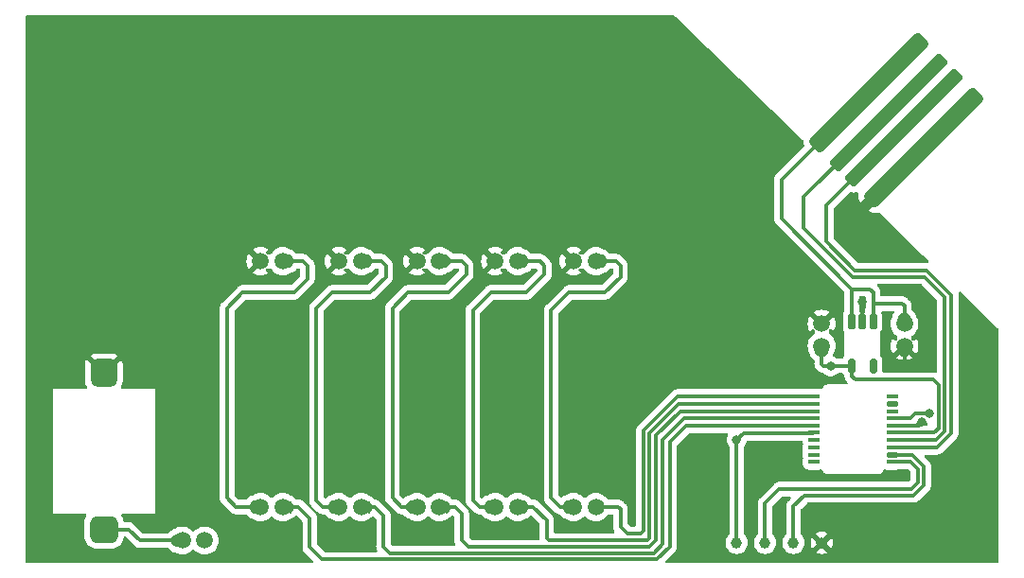
<source format=gbr>
%TF.GenerationSoftware,KiCad,Pcbnew,7.0.1*%
%TF.CreationDate,2023-07-02T20:59:24-04:00*%
%TF.ProjectId,business_card,62757369-6e65-4737-935f-636172642e6b,rev?*%
%TF.SameCoordinates,Original*%
%TF.FileFunction,Copper,L1,Top*%
%TF.FilePolarity,Positive*%
%FSLAX46Y46*%
G04 Gerber Fmt 4.6, Leading zero omitted, Abs format (unit mm)*
G04 Created by KiCad (PCBNEW 7.0.1) date 2023-07-02 20:59:24*
%MOMM*%
%LPD*%
G01*
G04 APERTURE LIST*
G04 Aperture macros list*
%AMRoundRect*
0 Rectangle with rounded corners*
0 $1 Rounding radius*
0 $2 $3 $4 $5 $6 $7 $8 $9 X,Y pos of 4 corners*
0 Add a 4 corners polygon primitive as box body*
4,1,4,$2,$3,$4,$5,$6,$7,$8,$9,$2,$3,0*
0 Add four circle primitives for the rounded corners*
1,1,$1+$1,$2,$3*
1,1,$1+$1,$4,$5*
1,1,$1+$1,$6,$7*
1,1,$1+$1,$8,$9*
0 Add four rect primitives between the rounded corners*
20,1,$1+$1,$2,$3,$4,$5,0*
20,1,$1+$1,$4,$5,$6,$7,0*
20,1,$1+$1,$6,$7,$8,$9,0*
20,1,$1+$1,$8,$9,$2,$3,0*%
G04 Aperture macros list end*
%TA.AperFunction,SMDPad,CuDef*%
%ADD10RoundRect,0.150000X0.150000X-0.550000X0.150000X0.550000X-0.150000X0.550000X-0.150000X-0.550000X0*%
%TD*%
%TA.AperFunction,SMDPad,CuDef*%
%ADD11RoundRect,0.150000X0.150000X-0.500000X0.150000X0.500000X-0.150000X0.500000X-0.150000X-0.500000X0*%
%TD*%
%TA.AperFunction,ComponentPad*%
%ADD12C,1.500000*%
%TD*%
%TA.AperFunction,SMDPad,CuDef*%
%ADD13C,1.000000*%
%TD*%
%TA.AperFunction,SMDPad,CuDef*%
%ADD14RoundRect,0.600000X-0.600000X-0.650000X0.600000X-0.650000X0.600000X0.650000X-0.600000X0.650000X0*%
%TD*%
%TA.AperFunction,SMDPad,CuDef*%
%ADD15RoundRect,0.600000X-0.650000X-0.600000X0.650000X-0.600000X0.650000X0.600000X-0.650000X0.600000X0*%
%TD*%
%TA.AperFunction,SMDPad,CuDef*%
%ADD16RoundRect,0.400000X-4.949747X-4.384062X-4.384062X-4.949747X4.949747X4.384062X4.384062X4.949747X0*%
%TD*%
%TA.AperFunction,SMDPad,CuDef*%
%ADD17RoundRect,0.325000X-4.949747X-4.490128X-4.490128X-4.949747X4.949747X4.490128X4.490128X4.949747X0*%
%TD*%
%TA.AperFunction,SMDPad,CuDef*%
%ADD18RoundRect,0.100000X0.400000X0.100000X-0.400000X0.100000X-0.400000X-0.100000X0.400000X-0.100000X0*%
%TD*%
%TA.AperFunction,SMDPad,CuDef*%
%ADD19RoundRect,0.093750X0.406250X0.093750X-0.406250X0.093750X-0.406250X-0.093750X0.406250X-0.093750X0*%
%TD*%
%TA.AperFunction,SMDPad,CuDef*%
%ADD20RoundRect,0.118750X0.381250X0.118750X-0.381250X0.118750X-0.381250X-0.118750X0.381250X-0.118750X0*%
%TD*%
%TA.AperFunction,SMDPad,CuDef*%
%ADD21RoundRect,0.106250X0.393750X0.106250X-0.393750X0.106250X-0.393750X-0.106250X0.393750X-0.106250X0*%
%TD*%
%TA.AperFunction,ViaPad*%
%ADD22C,0.800000*%
%TD*%
%TA.AperFunction,Conductor*%
%ADD23C,0.300000*%
%TD*%
%TA.AperFunction,Conductor*%
%ADD24C,1.000000*%
%TD*%
%TA.AperFunction,Conductor*%
%ADD25C,0.250000*%
%TD*%
G04 APERTURE END LIST*
D10*
%TO.P,U2,1,VIN*%
%TO.N,/5V_USB*%
X111900000Y-56400000D03*
%TO.P,U2,2,GND*%
%TO.N,GND*%
X112850000Y-56400000D03*
%TO.P,U2,3,EN*%
%TO.N,/5V_USB*%
X113800000Y-56400000D03*
D11*
%TO.P,U2,4,NC*%
%TO.N,unconnected-(U2-NC-Pad4)*%
X113800000Y-60350000D03*
%TO.P,U2,5,VOUT*%
%TO.N,/3V3_SUPPLY*%
X111900000Y-60350000D03*
%TD*%
D12*
%TO.P,C2,1*%
%TO.N,/3V3_SUPPLY*%
X109200000Y-58600000D03*
%TO.P,C2,2*%
%TO.N,GND*%
X109200000Y-56600000D03*
%TD*%
%TO.P,C1,1*%
%TO.N,/5V_USB*%
X116600000Y-56600000D03*
%TO.P,C1,2*%
%TO.N,GND*%
X116600000Y-58600000D03*
%TD*%
D13*
%TO.P,TP4,1,1*%
%TO.N,GND*%
X109220000Y-76200000D03*
%TD*%
%TO.P,TP3,1,1*%
%TO.N,/SWDCLK*%
X104140000Y-76200000D03*
%TD*%
%TO.P,TP2,1,1*%
%TO.N,/SWDIO*%
X106680000Y-76200000D03*
%TD*%
%TO.P,TP1,1,1*%
%TO.N,/3V3_SUPPLY*%
X101600000Y-76200000D03*
%TD*%
D14*
%TO.P,BZ1,1,-*%
%TO.N,GND*%
X45000000Y-61000000D03*
D15*
%TO.P,BZ1,2,+*%
%TO.N,Net-(BZ1-+)*%
X45000000Y-75000000D03*
%TD*%
D12*
%TO.P,R6,1*%
%TO.N,Net-(BZ1-+)*%
X52000000Y-76000000D03*
%TO.P,R6,2*%
%TO.N,Net-(U1-PB1)*%
X54000000Y-76000000D03*
%TD*%
%TO.P,R5,1*%
%TO.N,Net-(U1-PA0)*%
X61000000Y-73000000D03*
%TO.P,R5,2*%
%TO.N,Net-(D5-A)*%
X59000000Y-73000000D03*
%TD*%
%TO.P,R4,1*%
%TO.N,Net-(U1-PA1)*%
X68000000Y-73000000D03*
%TO.P,R4,2*%
%TO.N,Net-(D4-A)*%
X66000000Y-73000000D03*
%TD*%
%TO.P,R3,1*%
%TO.N,Net-(U1-PA2)*%
X75000000Y-73000000D03*
%TO.P,R3,2*%
%TO.N,Net-(D3-A)*%
X73000000Y-73000000D03*
%TD*%
%TO.P,R2,1*%
%TO.N,Net-(U1-PA4)*%
X89000000Y-73000000D03*
%TO.P,R2,2*%
%TO.N,Net-(D2-A)*%
X87000000Y-73000000D03*
%TD*%
D16*
%TO.P,J1,1,Pin_1*%
%TO.N,/5V_USB*%
X113400000Y-35900000D03*
D17*
%TO.P,J1,2,Pin_2*%
%TO.N,/USB_DM*%
X115167767Y-37667767D03*
%TO.P,J1,3,Pin_3*%
%TO.N,/USB_DP*%
X116581981Y-39081980D03*
D16*
%TO.P,J1,4,Pin_4*%
%TO.N,GND*%
X118349747Y-40849747D03*
%TD*%
D12*
%TO.P,D5,1,K*%
%TO.N,GND*%
X59000000Y-51000000D03*
%TO.P,D5,2,A*%
%TO.N,Net-(D5-A)*%
X61000000Y-51000000D03*
%TD*%
%TO.P,D4,1,K*%
%TO.N,GND*%
X66000000Y-51000000D03*
%TO.P,D4,2,A*%
%TO.N,Net-(D4-A)*%
X68000000Y-51000000D03*
%TD*%
%TO.P,D3,1,K*%
%TO.N,GND*%
X73000000Y-51000000D03*
%TO.P,D3,2,A*%
%TO.N,Net-(D3-A)*%
X75000000Y-51000000D03*
%TD*%
%TO.P,D2,1,K*%
%TO.N,GND*%
X87000000Y-51000000D03*
%TO.P,D2,2,A*%
%TO.N,Net-(D2-A)*%
X89000000Y-51000000D03*
%TD*%
D18*
%TO.P,U1,1,PB8*%
%TO.N,unconnected-(U1-PB8-Pad1)*%
X108500000Y-68965000D03*
%TO.P,U1,2,PF0*%
%TO.N,unconnected-(U1-PF0-Pad2)*%
X108500000Y-68315000D03*
%TO.P,U1,3,PF1*%
%TO.N,unconnected-(U1-PF1-Pad3)*%
X108500000Y-67665000D03*
%TO.P,U1,4,NRST*%
%TO.N,unconnected-(U1-NRST-Pad4)*%
X108500000Y-67015000D03*
D19*
%TO.P,U1,5,VDDA*%
%TO.N,/3V3_SUPPLY*%
X108500000Y-66352500D03*
D18*
%TO.P,U1,6,PA0*%
%TO.N,Net-(U1-PA0)*%
X108500000Y-65715000D03*
%TO.P,U1,7,PA1*%
%TO.N,Net-(U1-PA1)*%
X108500000Y-65065000D03*
%TO.P,U1,8,PA2*%
%TO.N,Net-(U1-PA2)*%
X108500000Y-64415000D03*
%TO.P,U1,9,PA3*%
%TO.N,Net-(U1-PA3)*%
X108500000Y-63765000D03*
%TO.P,U1,10,PA4*%
%TO.N,Net-(U1-PA4)*%
X108500000Y-63115000D03*
%TO.P,U1,11,PA5*%
%TO.N,unconnected-(U1-PA5-Pad11)*%
X115500000Y-63115000D03*
D20*
%TO.P,U1,12,PA6*%
%TO.N,unconnected-(U1-PA6-Pad12)*%
X115500000Y-63802500D03*
D18*
%TO.P,U1,13,PA7*%
%TO.N,unconnected-(U1-PA7-Pad13)*%
X115500000Y-64415000D03*
%TO.P,U1,14,PB1*%
%TO.N,Net-(U1-PB1)*%
X115500000Y-65065000D03*
%TO.P,U1,15,VSSA*%
%TO.N,GND*%
X115500000Y-65715000D03*
D19*
%TO.P,U1,16,VDD*%
%TO.N,/3V3_SUPPLY*%
X115500000Y-66352500D03*
D18*
%TO.P,U1,17,PA9/PA11*%
%TO.N,/USB_DM*%
X115500000Y-67015000D03*
%TO.P,U1,18,PA10/PA12*%
%TO.N,/USB_DP*%
X115500000Y-67665000D03*
D21*
%TO.P,U1,19,PA13*%
%TO.N,/SWDIO*%
X115500000Y-68327500D03*
D18*
%TO.P,U1,20,PA14*%
%TO.N,/SWDCLK*%
X115500000Y-68965000D03*
%TD*%
D12*
%TO.P,R1,1*%
%TO.N,Net-(U1-PA3)*%
X82000000Y-73000000D03*
%TO.P,R1,2*%
%TO.N,Net-(D1-A)*%
X80000000Y-73000000D03*
%TD*%
%TO.P,D1,1,K*%
%TO.N,GND*%
X80000000Y-51000000D03*
%TO.P,D1,2,A*%
%TO.N,Net-(D1-A)*%
X82000000Y-51000000D03*
%TD*%
D22*
%TO.N,GND*%
X115600000Y-50400000D03*
X116800000Y-50400000D03*
X116200000Y-49400000D03*
X39000000Y-77200000D03*
X40200000Y-77200000D03*
X39600000Y-76200000D03*
X38800000Y-30600000D03*
X40000000Y-30600000D03*
X39400000Y-29600000D03*
X95000000Y-30800000D03*
X96200000Y-30800000D03*
X95600000Y-29800000D03*
X122800000Y-57400000D03*
X124000000Y-57400000D03*
X123400000Y-56400000D03*
X121200000Y-75800000D03*
X120600000Y-76800000D03*
X121800000Y-76800000D03*
X118188385Y-65414285D03*
X118000000Y-60400000D03*
X116600000Y-60400000D03*
X111000000Y-48200000D03*
X112800000Y-54600000D03*
%TO.N,/3V3_SUPPLY*%
X101600000Y-67000000D03*
X110000000Y-60400000D03*
%TO.N,Net-(U1-PB1)*%
X118850500Y-64600000D03*
%TD*%
D23*
%TO.N,Net-(U1-PA3)*%
X83400000Y-73000000D02*
X82800000Y-73000000D01*
X84600000Y-75800000D02*
X84600000Y-74200000D01*
X84800000Y-76000000D02*
X84600000Y-75800000D01*
X93800000Y-75800000D02*
X93600000Y-76000000D01*
X93800000Y-66400000D02*
X93800000Y-75800000D01*
X96435000Y-63765000D02*
X93800000Y-66400000D01*
X84600000Y-74200000D02*
X83400000Y-73000000D01*
X108500000Y-63765000D02*
X96435000Y-63765000D01*
X93600000Y-76000000D02*
X84800000Y-76000000D01*
%TO.N,Net-(U1-PA0)*%
X62400000Y-73000000D02*
X61800000Y-73000000D01*
X63400000Y-74000000D02*
X62400000Y-73000000D01*
X63400000Y-76600000D02*
X63400000Y-74000000D01*
X95600000Y-67200000D02*
X95600000Y-76527817D01*
X94427817Y-77700000D02*
X64500000Y-77700000D01*
X97085000Y-65715000D02*
X95600000Y-67200000D01*
X95600000Y-76527817D02*
X94427817Y-77700000D01*
X108500000Y-65715000D02*
X97085000Y-65715000D01*
X64500000Y-77700000D02*
X63400000Y-76600000D01*
%TO.N,Net-(D4-A)*%
X69800000Y-51000000D02*
X68800000Y-51000000D01*
X70200000Y-51400000D02*
X69800000Y-51000000D01*
X68800000Y-53800000D02*
X70200000Y-52400000D01*
X64000000Y-55200000D02*
X65400000Y-53800000D01*
X64000000Y-72400000D02*
X64000000Y-55200000D01*
X70200000Y-52400000D02*
X70200000Y-51400000D01*
X64600000Y-73000000D02*
X64000000Y-72400000D01*
X65400000Y-53800000D02*
X68800000Y-53800000D01*
X65200000Y-73000000D02*
X64600000Y-73000000D01*
X68800000Y-51200000D02*
X68600000Y-51400000D01*
X68800000Y-51000000D02*
X68800000Y-51200000D01*
X68800000Y-50800000D02*
X68600000Y-50600000D01*
X68800000Y-51000000D02*
X68800000Y-50800000D01*
X68800000Y-51000000D02*
X68150000Y-51000000D01*
%TO.N,Net-(D2-A)*%
X90800000Y-51000000D02*
X89800000Y-51000000D01*
X89800000Y-53800000D02*
X91200000Y-52400000D01*
X86600000Y-53800000D02*
X89800000Y-53800000D01*
X91200000Y-52400000D02*
X91200000Y-51400000D01*
X85000000Y-55400000D02*
X86600000Y-53800000D01*
X85000000Y-72200000D02*
X85000000Y-55400000D01*
X85800000Y-73000000D02*
X85000000Y-72200000D01*
X86200000Y-73000000D02*
X85800000Y-73000000D01*
X91200000Y-51400000D02*
X90800000Y-51000000D01*
%TO.N,Net-(D3-A)*%
X77000000Y-51000000D02*
X75800000Y-51000000D01*
X77400000Y-52200000D02*
X77400000Y-51400000D01*
X77400000Y-51400000D02*
X77000000Y-51000000D01*
X70800000Y-72200000D02*
X70800000Y-55200000D01*
X71600000Y-73000000D02*
X70800000Y-72200000D01*
X72200000Y-53800000D02*
X75800000Y-53800000D01*
X75800000Y-53800000D02*
X77400000Y-52200000D01*
X72200000Y-73000000D02*
X71600000Y-73000000D01*
X70800000Y-55200000D02*
X72200000Y-53800000D01*
%TO.N,Net-(D1-A)*%
X84000000Y-51000000D02*
X82800000Y-51000000D01*
X84400000Y-52200000D02*
X84400000Y-51400000D01*
X79600000Y-53800000D02*
X82800000Y-53800000D01*
X84400000Y-51400000D02*
X84000000Y-51000000D01*
X78000000Y-55400000D02*
X79600000Y-53800000D01*
X82800000Y-53800000D02*
X84400000Y-52200000D01*
X78000000Y-72400000D02*
X78000000Y-55400000D01*
X78600000Y-73000000D02*
X78000000Y-72400000D01*
X79200000Y-73000000D02*
X78600000Y-73000000D01*
%TO.N,Net-(D5-A)*%
X62800000Y-51000000D02*
X61800000Y-51000000D01*
X57400000Y-53800000D02*
X62000000Y-53800000D01*
X56000000Y-55200000D02*
X57400000Y-53800000D01*
X62000000Y-53800000D02*
X63200000Y-52600000D01*
X63200000Y-52600000D02*
X63200000Y-51400000D01*
X63200000Y-51400000D02*
X62800000Y-51000000D01*
X56800000Y-73000000D02*
X56000000Y-72200000D01*
X56000000Y-72200000D02*
X56000000Y-55200000D01*
X58200000Y-73000000D02*
X56800000Y-73000000D01*
%TO.N,Net-(U1-PA2)*%
X76400000Y-73000000D02*
X75800000Y-73000000D01*
X93800000Y-76600000D02*
X77600000Y-76600000D01*
X94400000Y-76000000D02*
X93800000Y-76600000D01*
X77000000Y-73600000D02*
X76400000Y-73000000D01*
X94400000Y-66600000D02*
X94400000Y-76000000D01*
X96585000Y-64415000D02*
X94400000Y-66600000D01*
X77600000Y-76600000D02*
X77000000Y-76000000D01*
X77000000Y-76000000D02*
X77000000Y-73600000D01*
X108500000Y-64415000D02*
X96585000Y-64415000D01*
%TO.N,Net-(U1-PA1)*%
X69200000Y-73000000D02*
X68800000Y-73000000D01*
X70000000Y-76550000D02*
X70000000Y-73800000D01*
X70000000Y-73800000D02*
X69200000Y-73000000D01*
X70600000Y-77150000D02*
X70000000Y-76550000D01*
X95000000Y-76350000D02*
X94200000Y-77150000D01*
X94200000Y-77150000D02*
X70600000Y-77150000D01*
X95000000Y-66963604D02*
X95000000Y-76350000D01*
X96898604Y-65065000D02*
X95000000Y-66963604D01*
X108500000Y-65065000D02*
X96898604Y-65065000D01*
%TO.N,Net-(D4-A)*%
X65200000Y-73200000D02*
X65400000Y-73400000D01*
X65200000Y-73000000D02*
X65200000Y-73200000D01*
X65200000Y-72800000D02*
X65400000Y-72600000D01*
X65200000Y-73000000D02*
X65200000Y-72800000D01*
X65200000Y-73000000D02*
X65850000Y-73000000D01*
%TO.N,Net-(D2-A)*%
X89800000Y-51200000D02*
X89600000Y-51400000D01*
X89800000Y-51000000D02*
X89800000Y-51200000D01*
X89800000Y-50800000D02*
X89600000Y-50600000D01*
X89800000Y-51000000D02*
X89800000Y-50800000D01*
X89800000Y-51000000D02*
X89150000Y-51000000D01*
X86200000Y-73200000D02*
X86400000Y-73400000D01*
X86200000Y-73000000D02*
X86200000Y-73200000D01*
X86200000Y-72800000D02*
X86400000Y-72600000D01*
X86200000Y-73000000D02*
X86200000Y-72800000D01*
X86200000Y-73000000D02*
X86850000Y-73000000D01*
%TO.N,Net-(D1-A)*%
X82800000Y-51200000D02*
X82600000Y-51400000D01*
X82800000Y-51000000D02*
X82800000Y-51200000D01*
X82800000Y-50800000D02*
X82600000Y-50600000D01*
X82800000Y-51000000D02*
X82800000Y-50800000D01*
X82800000Y-51000000D02*
X82150000Y-51000000D01*
%TO.N,Net-(D3-A)*%
X75800000Y-51200000D02*
X75600000Y-51400000D01*
X75800000Y-51000000D02*
X75800000Y-51200000D01*
X75800000Y-50800000D02*
X75600000Y-50600000D01*
X75800000Y-51000000D02*
X75800000Y-50800000D01*
X75800000Y-51000000D02*
X75150000Y-51000000D01*
X72200000Y-73200000D02*
X72400000Y-73400000D01*
X72200000Y-73000000D02*
X72200000Y-73200000D01*
X72200000Y-72800000D02*
X72400000Y-72600000D01*
X72200000Y-73000000D02*
X72200000Y-72800000D01*
X72200000Y-73000000D02*
X72850000Y-73000000D01*
%TO.N,Net-(D1-A)*%
X79200000Y-73200000D02*
X79400000Y-73400000D01*
X79200000Y-73000000D02*
X79200000Y-73200000D01*
X79200000Y-73000000D02*
X79200000Y-72800000D01*
X79200000Y-73000000D02*
X79850000Y-73000000D01*
X79200000Y-72800000D02*
X79400000Y-72600000D01*
%TO.N,Net-(U1-PB1)*%
X117135000Y-65065000D02*
X115500000Y-65065000D01*
X118850500Y-64600000D02*
X117600000Y-64600000D01*
X117600000Y-64600000D02*
X117135000Y-65065000D01*
%TO.N,GND*%
X117887670Y-65715000D02*
X118188385Y-65414285D01*
X115500000Y-65715000D02*
X117887670Y-65715000D01*
%TO.N,Net-(BZ1-+)*%
X51200000Y-76200000D02*
X51400000Y-76400000D01*
X51200000Y-76000000D02*
X51200000Y-76200000D01*
X51200000Y-76000000D02*
X51200000Y-75800000D01*
X51200000Y-76000000D02*
X51850000Y-76000000D01*
X51200000Y-75800000D02*
X51400000Y-75600000D01*
X48200000Y-76000000D02*
X51200000Y-76000000D01*
X47200000Y-75000000D02*
X48200000Y-76000000D01*
X45000000Y-75000000D02*
X47200000Y-75000000D01*
%TO.N,Net-(D5-A)*%
X61800000Y-51200000D02*
X61600000Y-51400000D01*
X61800000Y-51000000D02*
X61800000Y-51200000D01*
X61800000Y-50800000D02*
X61600000Y-50600000D01*
X61800000Y-51000000D02*
X61800000Y-50800000D01*
X61800000Y-51000000D02*
X61150000Y-51000000D01*
X58200000Y-73200000D02*
X58400000Y-73400000D01*
X58200000Y-73000000D02*
X58200000Y-73200000D01*
X58200000Y-73000000D02*
X58200000Y-72800000D01*
X58200000Y-72800000D02*
X58400000Y-72600000D01*
X58200000Y-73000000D02*
X58850000Y-73000000D01*
D24*
%TO.N,GND*%
X118349747Y-40850253D02*
X118349747Y-40849747D01*
X111000000Y-48200000D02*
X118349747Y-40850253D01*
D23*
X116800000Y-59400000D02*
X117000000Y-59200000D01*
X116600000Y-59400000D02*
X116800000Y-59400000D01*
X116600000Y-59400000D02*
X116400000Y-59400000D01*
X116400000Y-59400000D02*
X116200000Y-59200000D01*
X116600000Y-59400000D02*
X116600000Y-58750000D01*
X116600000Y-60400000D02*
X116600000Y-59400000D01*
X118000000Y-60400000D02*
X116600000Y-60400000D01*
X112850000Y-54650000D02*
X112800000Y-54600000D01*
X112850000Y-56400000D02*
X112850000Y-54650000D01*
%TO.N,/5V_USB*%
X116800000Y-55800000D02*
X117000000Y-56000000D01*
X116400000Y-55800000D02*
X116200000Y-56000000D01*
X116600000Y-55800000D02*
X116400000Y-55800000D01*
X116600000Y-55800000D02*
X116800000Y-55800000D01*
X116600000Y-55800000D02*
X116600000Y-56450000D01*
X116600000Y-55000000D02*
X116600000Y-55800000D01*
X116400000Y-54800000D02*
X116600000Y-55000000D01*
X113800000Y-54800000D02*
X116400000Y-54800000D01*
X113800000Y-54800000D02*
X113800000Y-56400000D01*
X113800000Y-53800000D02*
X113800000Y-54800000D01*
%TO.N,/3V3_SUPPLY*%
X119269682Y-66352500D02*
X115500000Y-66352500D01*
X119650000Y-62050000D02*
X119650000Y-65972182D01*
X119200000Y-61600000D02*
X119650000Y-62050000D01*
X112200000Y-61600000D02*
X119200000Y-61600000D01*
X119650000Y-65972182D02*
X119269682Y-66352500D01*
X111900000Y-60350000D02*
X111900000Y-61300000D01*
X111900000Y-61300000D02*
X112200000Y-61600000D01*
X109950000Y-60350000D02*
X109350000Y-60350000D01*
X110000000Y-60400000D02*
X109950000Y-60350000D01*
X110050000Y-60350000D02*
X110000000Y-60400000D01*
X109000000Y-59400000D02*
X108800000Y-59200000D01*
X109200000Y-59400000D02*
X109000000Y-59400000D01*
X109400000Y-59400000D02*
X109600000Y-59200000D01*
X109200000Y-59400000D02*
X109400000Y-59400000D01*
X109200000Y-59400000D02*
X109200000Y-58750000D01*
X109200000Y-60200000D02*
X109200000Y-59400000D01*
X109350000Y-60350000D02*
X109200000Y-60200000D01*
X111900000Y-60350000D02*
X110050000Y-60350000D01*
%TO.N,/USB_DP*%
X119512818Y-67665000D02*
X115500000Y-67665000D01*
X120800000Y-66377818D02*
X119512818Y-67665000D01*
X120800000Y-54022182D02*
X120800000Y-66377818D01*
X118577818Y-51800000D02*
X120800000Y-54022182D01*
X112177818Y-51800000D02*
X118577818Y-51800000D01*
X109600000Y-49222182D02*
X112177818Y-51800000D01*
X109600000Y-46000000D02*
X109600000Y-49222182D01*
X116518020Y-39081980D02*
X109600000Y-46000000D01*
X116581981Y-39081980D02*
X116518020Y-39081980D01*
%TO.N,/USB_DM*%
X115515000Y-67000000D02*
X115500000Y-67015000D01*
X119400000Y-67000000D02*
X115515000Y-67000000D01*
X118400000Y-52400000D02*
X120200000Y-54200000D01*
X120200000Y-54200000D02*
X120200000Y-66200000D01*
X112000000Y-52400000D02*
X118400000Y-52400000D01*
X120200000Y-66200000D02*
X119400000Y-67000000D01*
X107600000Y-48000000D02*
X112000000Y-52400000D01*
X107600000Y-45235534D02*
X107600000Y-48000000D01*
X115167767Y-37667767D02*
X107600000Y-45235534D01*
%TO.N,/5V_USB*%
X113500000Y-53500000D02*
X113800000Y-53800000D01*
X111900000Y-53500000D02*
X113500000Y-53500000D01*
X111900000Y-53500000D02*
X111900000Y-56400000D01*
X105600000Y-47200000D02*
X111900000Y-53500000D01*
X105600000Y-43700000D02*
X105600000Y-47200000D01*
X113400000Y-35900000D02*
X105600000Y-43700000D01*
%TO.N,/SWDIO*%
X117305318Y-68327500D02*
X115500000Y-68327500D01*
X118350000Y-69372182D02*
X117305318Y-68327500D01*
X118350000Y-71027818D02*
X118350000Y-69372182D01*
X117427818Y-71950000D02*
X118350000Y-71027818D01*
X107650000Y-71950000D02*
X117427818Y-71950000D01*
X106680000Y-72920000D02*
X107650000Y-71950000D01*
X106680000Y-76200000D02*
X106680000Y-72920000D01*
%TO.N,/SWDCLK*%
X117165000Y-68965000D02*
X115500000Y-68965000D01*
X117800000Y-69600000D02*
X117165000Y-68965000D01*
X117800000Y-70800000D02*
X117800000Y-69600000D01*
X117200000Y-71400000D02*
X117800000Y-70800000D01*
X105400000Y-71400000D02*
X117200000Y-71400000D01*
X104140000Y-76200000D02*
X104140000Y-72660000D01*
X104140000Y-72660000D02*
X105400000Y-71400000D01*
%TO.N,/3V3_SUPPLY*%
X102200000Y-66400000D02*
X108452500Y-66400000D01*
X101600000Y-67000000D02*
X102200000Y-66400000D01*
X108452500Y-66400000D02*
X108500000Y-66352500D01*
X101600000Y-76200000D02*
X101600000Y-67000000D01*
%TO.N,Net-(U1-PA4)*%
X91000000Y-73000000D02*
X89150000Y-73000000D01*
X93000000Y-75400000D02*
X91800000Y-75400000D01*
X91800000Y-75400000D02*
X91200000Y-74800000D01*
X91200000Y-74800000D02*
X91200000Y-73200000D01*
X91200000Y-73200000D02*
X91000000Y-73000000D01*
X93250000Y-75150000D02*
X93000000Y-75400000D01*
X93250000Y-66172182D02*
X93250000Y-75150000D01*
X96307182Y-63115000D02*
X93250000Y-66172182D01*
X108500000Y-63115000D02*
X96307182Y-63115000D01*
%TO.N,Net-(U1-PA3)*%
X82800000Y-73200000D02*
X82600000Y-73400000D01*
X82800000Y-73000000D02*
X82800000Y-73200000D01*
X82800000Y-73000000D02*
X82150000Y-73000000D01*
X82800000Y-72800000D02*
X82600000Y-72600000D01*
X82800000Y-73000000D02*
X82800000Y-72800000D01*
D25*
%TO.N,Net-(U1-PA2)*%
X75800000Y-73200000D02*
X75600000Y-73400000D01*
X75800000Y-73000000D02*
X75800000Y-73200000D01*
X75800000Y-72800000D02*
X75600000Y-72600000D01*
X75800000Y-73000000D02*
X75800000Y-72800000D01*
X75800000Y-73000000D02*
X75125000Y-73000000D01*
%TO.N,Net-(U1-PA1)*%
X68800000Y-73200000D02*
X68600000Y-73400000D01*
X68800000Y-73000000D02*
X68800000Y-73200000D01*
X68800000Y-72800000D02*
X68600000Y-72600000D01*
X68800000Y-73000000D02*
X68800000Y-72800000D01*
X68800000Y-73000000D02*
X68125000Y-73000000D01*
%TO.N,Net-(U1-PA0)*%
X61800000Y-73200000D02*
X61600000Y-73400000D01*
X61800000Y-73000000D02*
X61800000Y-73200000D01*
X61800000Y-72800000D02*
X61600000Y-72600000D01*
X61800000Y-73000000D02*
X61800000Y-72800000D01*
X61800000Y-73000000D02*
X61125000Y-73000000D01*
%TD*%
%TA.AperFunction,Conductor*%
%TO.N,GND*%
G36*
X121592565Y-53730577D02*
G01*
X121645023Y-53760712D01*
X124962130Y-56963436D01*
X124990140Y-57004186D01*
X125000000Y-57052642D01*
X125000000Y-77876000D01*
X124983387Y-77938000D01*
X124938000Y-77983387D01*
X124876000Y-78000000D01*
X95347124Y-78000000D01*
X95290829Y-77986485D01*
X95246806Y-77948885D01*
X95224651Y-77895398D01*
X95229193Y-77837682D01*
X95259443Y-77788319D01*
X95259442Y-77788319D01*
X95999513Y-77048248D01*
X96016162Y-77034911D01*
X96017936Y-77033021D01*
X96017940Y-77033019D01*
X96065898Y-76981947D01*
X96068546Y-76979215D01*
X96088911Y-76958852D01*
X96091611Y-76955369D01*
X96099187Y-76946498D01*
X96130448Y-76913210D01*
X96140675Y-76894604D01*
X96151348Y-76878356D01*
X96164362Y-76861581D01*
X96182491Y-76819685D01*
X96187631Y-76809194D01*
X96189654Y-76805515D01*
X96209627Y-76769185D01*
X96214906Y-76748622D01*
X96221207Y-76730215D01*
X96229635Y-76710743D01*
X96236777Y-76665645D01*
X96239141Y-76654230D01*
X96250500Y-76609994D01*
X96250500Y-76588766D01*
X96252027Y-76569367D01*
X96255346Y-76548412D01*
X96251050Y-76502965D01*
X96250500Y-76491296D01*
X96250500Y-67520808D01*
X96259939Y-67473355D01*
X96286819Y-67433127D01*
X97318127Y-66401819D01*
X97358355Y-66374939D01*
X97405808Y-66365500D01*
X100711746Y-66365500D01*
X100773746Y-66382113D01*
X100819133Y-66427500D01*
X100835746Y-66489500D01*
X100819133Y-66551500D01*
X100772820Y-66631715D01*
X100714326Y-66811742D01*
X100694540Y-67000000D01*
X100714326Y-67188257D01*
X100772820Y-67368284D01*
X100867464Y-67532213D01*
X100867467Y-67532216D01*
X100917651Y-67587951D01*
X100941264Y-67626484D01*
X100949500Y-67670922D01*
X100949500Y-75380914D01*
X100937595Y-75433931D01*
X100904165Y-75476767D01*
X100889117Y-75489116D01*
X100764089Y-75641462D01*
X100671185Y-75815273D01*
X100613976Y-76003866D01*
X100594659Y-76199999D01*
X100613976Y-76396133D01*
X100671185Y-76584726D01*
X100714447Y-76665663D01*
X100764090Y-76758538D01*
X100889117Y-76910883D01*
X101041462Y-77035910D01*
X101215273Y-77128814D01*
X101403868Y-77186024D01*
X101600000Y-77205341D01*
X101796132Y-77186024D01*
X101984727Y-77128814D01*
X102158538Y-77035910D01*
X102310883Y-76910883D01*
X102435910Y-76758538D01*
X102528814Y-76584727D01*
X102586024Y-76396132D01*
X102605341Y-76200000D01*
X102586024Y-76003868D01*
X102528814Y-75815273D01*
X102435910Y-75641462D01*
X102310883Y-75489117D01*
X102310882Y-75489116D01*
X102295835Y-75476767D01*
X102262405Y-75433931D01*
X102250500Y-75380914D01*
X102250500Y-67670922D01*
X102258736Y-67626484D01*
X102282348Y-67587951D01*
X102332533Y-67532216D01*
X102336332Y-67525637D01*
X102427179Y-67368284D01*
X102436369Y-67339999D01*
X102485674Y-67188256D01*
X102488482Y-67161536D01*
X102509001Y-67105161D01*
X102553587Y-67065015D01*
X102611802Y-67050500D01*
X107377082Y-67050500D01*
X107434339Y-67064511D01*
X107478657Y-67103377D01*
X107500021Y-67158316D01*
X107514955Y-67271760D01*
X107523565Y-67292547D01*
X107533004Y-67339999D01*
X107523566Y-67387450D01*
X107514956Y-67408237D01*
X107499500Y-67525637D01*
X107499500Y-67804362D01*
X107514955Y-67921760D01*
X107523565Y-67942547D01*
X107533004Y-67989999D01*
X107523566Y-68037450D01*
X107514956Y-68058237D01*
X107499500Y-68175637D01*
X107499500Y-68454362D01*
X107514955Y-68571760D01*
X107523565Y-68592547D01*
X107533004Y-68639999D01*
X107523566Y-68687450D01*
X107514956Y-68708237D01*
X107499500Y-68825637D01*
X107499500Y-69104362D01*
X107514955Y-69221760D01*
X107575464Y-69367841D01*
X107671717Y-69493282D01*
X107748155Y-69551934D01*
X107797159Y-69589536D01*
X107943238Y-69650044D01*
X108060639Y-69665500D01*
X108939360Y-69665499D01*
X108939362Y-69665499D01*
X109056758Y-69650045D01*
X109056759Y-69650044D01*
X109056762Y-69650044D01*
X109108374Y-69628665D01*
X109161041Y-69619337D01*
X109212740Y-69633060D01*
X109253848Y-69667283D01*
X109266772Y-69694611D01*
X109268535Y-69693763D01*
X109323532Y-69807967D01*
X109358196Y-69851433D01*
X109393854Y-69896146D01*
X109424779Y-69920808D01*
X109482032Y-69966467D01*
X109583649Y-70015403D01*
X109693606Y-70040500D01*
X109693607Y-70040500D01*
X109749901Y-70040500D01*
X109750000Y-70040500D01*
X109750500Y-70040500D01*
X114249500Y-70040500D01*
X114250099Y-70040500D01*
X114306393Y-70040500D01*
X114306394Y-70040500D01*
X114365646Y-70026976D01*
X114416351Y-70015403D01*
X114517967Y-69966467D01*
X114606146Y-69896146D01*
X114676467Y-69807967D01*
X114725403Y-69706351D01*
X114725403Y-69706350D01*
X114731465Y-69693763D01*
X114733227Y-69694611D01*
X114746152Y-69667283D01*
X114787260Y-69633061D01*
X114838958Y-69619337D01*
X114891626Y-69628665D01*
X114943238Y-69650044D01*
X115060639Y-69665500D01*
X115939360Y-69665499D01*
X115939362Y-69665499D01*
X115998061Y-69657771D01*
X116056762Y-69650044D01*
X116108373Y-69628666D01*
X116117371Y-69624939D01*
X116164824Y-69615500D01*
X116844192Y-69615500D01*
X116891645Y-69624939D01*
X116931873Y-69651819D01*
X117113181Y-69833127D01*
X117140061Y-69873355D01*
X117149500Y-69920808D01*
X117149500Y-70479192D01*
X117140061Y-70526645D01*
X117113181Y-70566873D01*
X116966873Y-70713181D01*
X116926645Y-70740061D01*
X116879192Y-70749500D01*
X105485504Y-70749500D01*
X105464294Y-70747158D01*
X105391737Y-70749439D01*
X105387842Y-70749500D01*
X105359071Y-70749500D01*
X105354690Y-70750053D01*
X105343059Y-70750968D01*
X105297428Y-70752402D01*
X105277052Y-70758322D01*
X105258006Y-70762267D01*
X105236939Y-70764928D01*
X105194487Y-70781736D01*
X105183439Y-70785519D01*
X105139600Y-70798256D01*
X105121330Y-70809061D01*
X105103862Y-70817618D01*
X105092463Y-70822132D01*
X105084126Y-70825433D01*
X105047191Y-70852266D01*
X105037435Y-70858675D01*
X104998135Y-70881918D01*
X104983125Y-70896928D01*
X104968336Y-70909558D01*
X104951164Y-70922034D01*
X104922057Y-70957218D01*
X104914196Y-70965856D01*
X103740484Y-72139568D01*
X103723831Y-72152910D01*
X103674133Y-72205833D01*
X103671427Y-72208626D01*
X103651083Y-72228971D01*
X103648376Y-72232460D01*
X103640807Y-72241321D01*
X103609551Y-72274607D01*
X103599322Y-72293212D01*
X103588645Y-72309467D01*
X103575636Y-72326238D01*
X103557506Y-72368132D01*
X103552370Y-72378616D01*
X103530372Y-72418632D01*
X103525091Y-72439199D01*
X103518791Y-72457600D01*
X103510364Y-72477074D01*
X103503223Y-72522161D01*
X103500855Y-72533593D01*
X103491646Y-72569467D01*
X103489500Y-72577824D01*
X103489500Y-72599045D01*
X103487973Y-72618444D01*
X103484653Y-72639403D01*
X103488950Y-72684861D01*
X103489500Y-72696530D01*
X103489500Y-75380914D01*
X103477595Y-75433931D01*
X103444165Y-75476767D01*
X103429117Y-75489116D01*
X103304089Y-75641462D01*
X103211185Y-75815273D01*
X103153976Y-76003866D01*
X103134659Y-76199999D01*
X103153976Y-76396133D01*
X103211185Y-76584726D01*
X103254447Y-76665663D01*
X103304090Y-76758538D01*
X103429117Y-76910883D01*
X103581462Y-77035910D01*
X103755273Y-77128814D01*
X103943868Y-77186024D01*
X104140000Y-77205341D01*
X104336132Y-77186024D01*
X104524727Y-77128814D01*
X104698538Y-77035910D01*
X104850883Y-76910883D01*
X104975910Y-76758538D01*
X105068814Y-76584727D01*
X105126024Y-76396132D01*
X105145341Y-76200000D01*
X105126024Y-76003868D01*
X105068814Y-75815273D01*
X104975910Y-75641462D01*
X104850883Y-75489117D01*
X104850882Y-75489116D01*
X104835835Y-75476767D01*
X104802405Y-75433931D01*
X104790500Y-75380914D01*
X104790500Y-72980808D01*
X104799939Y-72933355D01*
X104826819Y-72893127D01*
X105633127Y-72086819D01*
X105673355Y-72059939D01*
X105720808Y-72050500D01*
X106330191Y-72050500D01*
X106386486Y-72064015D01*
X106430509Y-72101615D01*
X106452664Y-72155102D01*
X106448122Y-72212818D01*
X106417872Y-72262180D01*
X106347736Y-72332317D01*
X106280485Y-72399568D01*
X106263832Y-72412909D01*
X106214133Y-72465833D01*
X106211427Y-72468626D01*
X106191083Y-72488971D01*
X106188376Y-72492460D01*
X106180807Y-72501321D01*
X106149551Y-72534607D01*
X106139322Y-72553212D01*
X106128645Y-72569467D01*
X106115636Y-72586238D01*
X106097506Y-72628132D01*
X106092370Y-72638616D01*
X106070372Y-72678632D01*
X106065091Y-72699199D01*
X106058791Y-72717600D01*
X106050364Y-72737074D01*
X106043223Y-72782161D01*
X106040855Y-72793593D01*
X106033108Y-72823773D01*
X106029500Y-72837824D01*
X106029500Y-72859045D01*
X106027973Y-72878444D01*
X106024653Y-72899403D01*
X106028950Y-72944861D01*
X106029500Y-72956530D01*
X106029500Y-75380914D01*
X106017595Y-75433931D01*
X105984165Y-75476767D01*
X105969117Y-75489116D01*
X105844089Y-75641462D01*
X105751185Y-75815273D01*
X105693976Y-76003866D01*
X105674659Y-76199999D01*
X105693976Y-76396133D01*
X105751185Y-76584726D01*
X105794447Y-76665663D01*
X105844090Y-76758538D01*
X105969117Y-76910883D01*
X106121462Y-77035910D01*
X106295273Y-77128814D01*
X106483868Y-77186024D01*
X106680000Y-77205341D01*
X106876132Y-77186024D01*
X107064727Y-77128814D01*
X107189585Y-77062076D01*
X108711476Y-77062076D01*
X108835465Y-77128349D01*
X109023969Y-77185531D01*
X109220000Y-77204838D01*
X109416030Y-77185531D01*
X109604538Y-77128347D01*
X109728522Y-77062077D01*
X109728522Y-77062076D01*
X109220001Y-76553553D01*
X109220000Y-76553553D01*
X108711476Y-77062076D01*
X107189585Y-77062076D01*
X107238538Y-77035910D01*
X107390883Y-76910883D01*
X107515910Y-76758538D01*
X107608814Y-76584727D01*
X107666024Y-76396132D01*
X107685341Y-76200000D01*
X107685341Y-76199999D01*
X108215161Y-76199999D01*
X108234468Y-76396032D01*
X108291650Y-76584537D01*
X108357921Y-76708522D01*
X108357922Y-76708522D01*
X108866446Y-76200001D01*
X109573553Y-76200001D01*
X110082076Y-76708522D01*
X110082077Y-76708522D01*
X110148347Y-76584538D01*
X110205531Y-76396030D01*
X110224838Y-76199999D01*
X110205531Y-76003969D01*
X110148349Y-75815465D01*
X110082076Y-75691476D01*
X109573553Y-76200000D01*
X109573553Y-76200001D01*
X108866446Y-76200001D01*
X108866446Y-76200000D01*
X108357922Y-75691476D01*
X108291649Y-75815466D01*
X108234468Y-76003967D01*
X108215161Y-76199999D01*
X107685341Y-76199999D01*
X107666024Y-76003868D01*
X107608814Y-75815273D01*
X107515910Y-75641462D01*
X107390883Y-75489117D01*
X107390882Y-75489116D01*
X107375835Y-75476767D01*
X107342405Y-75433931D01*
X107330500Y-75380914D01*
X107330500Y-75337922D01*
X108711476Y-75337922D01*
X109220000Y-75846446D01*
X109220001Y-75846446D01*
X109728522Y-75337922D01*
X109728522Y-75337921D01*
X109604537Y-75271650D01*
X109416032Y-75214468D01*
X109220000Y-75195161D01*
X109023967Y-75214468D01*
X108835466Y-75271649D01*
X108711476Y-75337922D01*
X107330500Y-75337922D01*
X107330500Y-73240808D01*
X107339939Y-73193355D01*
X107366819Y-73153127D01*
X107883127Y-72636819D01*
X107923355Y-72609939D01*
X107970808Y-72600500D01*
X117342313Y-72600500D01*
X117363522Y-72602841D01*
X117366112Y-72602759D01*
X117366114Y-72602760D01*
X117436080Y-72600560D01*
X117439975Y-72600500D01*
X117468738Y-72600500D01*
X117468743Y-72600500D01*
X117473120Y-72599946D01*
X117484759Y-72599030D01*
X117530387Y-72597597D01*
X117550767Y-72591675D01*
X117569807Y-72587732D01*
X117590876Y-72585071D01*
X117633338Y-72568258D01*
X117644375Y-72564480D01*
X117688216Y-72551744D01*
X117706488Y-72540936D01*
X117723954Y-72532380D01*
X117743689Y-72524568D01*
X117780634Y-72497725D01*
X117790366Y-72491332D01*
X117829683Y-72468081D01*
X117844692Y-72453071D01*
X117859481Y-72440439D01*
X117876655Y-72427963D01*
X117905764Y-72392774D01*
X117913608Y-72384154D01*
X118749513Y-71548249D01*
X118766162Y-71534912D01*
X118767936Y-71533022D01*
X118767940Y-71533020D01*
X118815898Y-71481948D01*
X118818546Y-71479216D01*
X118838911Y-71458853D01*
X118841611Y-71455370D01*
X118849187Y-71446499D01*
X118880448Y-71413211D01*
X118890675Y-71394605D01*
X118901348Y-71378357D01*
X118914362Y-71361582D01*
X118932495Y-71319675D01*
X118937625Y-71309205D01*
X118959627Y-71269186D01*
X118964903Y-71248631D01*
X118971206Y-71230220D01*
X118979635Y-71210745D01*
X118986777Y-71165643D01*
X118989140Y-71154236D01*
X119000500Y-71109995D01*
X119000500Y-71088767D01*
X119002027Y-71069368D01*
X119005346Y-71048413D01*
X119001050Y-71002966D01*
X119000500Y-70991297D01*
X119000500Y-69457686D01*
X119002841Y-69436476D01*
X119000561Y-69363919D01*
X119000500Y-69360024D01*
X119000500Y-69331263D01*
X119000500Y-69331257D01*
X118999946Y-69326877D01*
X118999030Y-69315236D01*
X118997597Y-69269612D01*
X118991675Y-69249229D01*
X118987732Y-69230192D01*
X118985071Y-69209124D01*
X118968266Y-69166680D01*
X118964481Y-69155626D01*
X118951744Y-69111784D01*
X118951744Y-69111783D01*
X118940934Y-69093504D01*
X118932380Y-69076044D01*
X118924568Y-69056311D01*
X118897723Y-69019362D01*
X118891332Y-69009633D01*
X118868081Y-68970317D01*
X118853068Y-68955304D01*
X118840435Y-68940512D01*
X118827963Y-68923345D01*
X118792779Y-68894238D01*
X118784140Y-68886376D01*
X118424945Y-68527181D01*
X118394695Y-68477818D01*
X118390153Y-68420102D01*
X118412308Y-68366615D01*
X118456331Y-68329015D01*
X118512626Y-68315500D01*
X119427313Y-68315500D01*
X119448522Y-68317841D01*
X119451112Y-68317759D01*
X119451114Y-68317760D01*
X119521080Y-68315560D01*
X119524975Y-68315500D01*
X119553738Y-68315500D01*
X119553743Y-68315500D01*
X119558120Y-68314946D01*
X119569759Y-68314030D01*
X119615387Y-68312597D01*
X119635767Y-68306675D01*
X119654807Y-68302732D01*
X119675876Y-68300071D01*
X119718338Y-68283258D01*
X119729375Y-68279480D01*
X119773216Y-68266744D01*
X119791488Y-68255936D01*
X119808954Y-68247380D01*
X119828689Y-68239568D01*
X119865634Y-68212725D01*
X119875366Y-68206332D01*
X119914683Y-68183081D01*
X119929692Y-68168071D01*
X119944481Y-68155439D01*
X119961655Y-68142963D01*
X119990764Y-68107774D01*
X119998608Y-68099154D01*
X121199513Y-66898249D01*
X121216162Y-66884912D01*
X121217936Y-66883022D01*
X121217940Y-66883020D01*
X121265898Y-66831948D01*
X121268546Y-66829216D01*
X121288911Y-66808853D01*
X121291611Y-66805370D01*
X121299187Y-66796499D01*
X121330448Y-66763211D01*
X121340675Y-66744605D01*
X121351348Y-66728357D01*
X121364362Y-66711582D01*
X121382495Y-66669675D01*
X121387625Y-66659205D01*
X121409627Y-66619186D01*
X121414903Y-66598631D01*
X121421206Y-66580220D01*
X121429635Y-66560745D01*
X121436777Y-66515643D01*
X121439140Y-66504236D01*
X121450500Y-66459995D01*
X121450500Y-66438767D01*
X121452027Y-66419368D01*
X121455346Y-66398413D01*
X121451050Y-66352966D01*
X121450500Y-66341297D01*
X121450500Y-54107687D01*
X121452841Y-54086477D01*
X121450561Y-54013920D01*
X121450500Y-54010025D01*
X121450500Y-53981263D01*
X121450500Y-53981257D01*
X121449946Y-53976877D01*
X121449030Y-53965236D01*
X121447597Y-53919613D01*
X121441675Y-53899230D01*
X121437731Y-53880188D01*
X121435870Y-53865451D01*
X121443161Y-53805397D01*
X121478000Y-53755938D01*
X121532093Y-53728849D01*
X121592565Y-53730577D01*
G37*
%TD.AperFunction*%
%TA.AperFunction,Conductor*%
G36*
X95996353Y-29009027D02*
G01*
X96036035Y-29034793D01*
X96128429Y-29124000D01*
X107514385Y-40117338D01*
X107544775Y-40164127D01*
X107551576Y-40219503D01*
X107544792Y-40284059D01*
X107544792Y-40284062D01*
X107564579Y-40472318D01*
X107564580Y-40472321D01*
X107625251Y-40659053D01*
X107627894Y-40726318D01*
X107595001Y-40785051D01*
X105200484Y-43179568D01*
X105183831Y-43192910D01*
X105134133Y-43245833D01*
X105131427Y-43248626D01*
X105111083Y-43268971D01*
X105108376Y-43272460D01*
X105100807Y-43281321D01*
X105069551Y-43314607D01*
X105059322Y-43333212D01*
X105048645Y-43349467D01*
X105035636Y-43366238D01*
X105017506Y-43408132D01*
X105012370Y-43418616D01*
X104990372Y-43458632D01*
X104985091Y-43479199D01*
X104978791Y-43497600D01*
X104970364Y-43517074D01*
X104963223Y-43562161D01*
X104960855Y-43573598D01*
X104949500Y-43617824D01*
X104949500Y-43639045D01*
X104947973Y-43658444D01*
X104944653Y-43679403D01*
X104948950Y-43724861D01*
X104949500Y-43736530D01*
X104949500Y-47114495D01*
X104947158Y-47135704D01*
X104949439Y-47208262D01*
X104949500Y-47212157D01*
X104949500Y-47240926D01*
X104950053Y-47245307D01*
X104950968Y-47256940D01*
X104952402Y-47302569D01*
X104958323Y-47322950D01*
X104962267Y-47341995D01*
X104964928Y-47363059D01*
X104981737Y-47405515D01*
X104985520Y-47416563D01*
X104998256Y-47460400D01*
X105009061Y-47478670D01*
X105017621Y-47496143D01*
X105025431Y-47515869D01*
X105052267Y-47552808D01*
X105058673Y-47562560D01*
X105081919Y-47601865D01*
X105081921Y-47601867D01*
X105096925Y-47616871D01*
X105109564Y-47631669D01*
X105122037Y-47648837D01*
X105157212Y-47677936D01*
X105165854Y-47685800D01*
X111213181Y-53733127D01*
X111240061Y-53773355D01*
X111249500Y-53820808D01*
X111249500Y-55384485D01*
X111232232Y-55447606D01*
X111148255Y-55589602D01*
X111102402Y-55747427D01*
X111099500Y-55784308D01*
X111099500Y-57015692D01*
X111102402Y-57052572D01*
X111148255Y-57210397D01*
X111232232Y-57352394D01*
X111249500Y-57415515D01*
X111249500Y-59384485D01*
X111232232Y-59447606D01*
X111148256Y-59589600D01*
X111145380Y-59599500D01*
X111142301Y-59610096D01*
X111117094Y-59656524D01*
X111074845Y-59688245D01*
X111023226Y-59699500D01*
X110608156Y-59699500D01*
X110569838Y-59693431D01*
X110535270Y-59675818D01*
X110452731Y-59615849D01*
X110384412Y-59585431D01*
X110293260Y-59544847D01*
X110243634Y-59504802D01*
X110220470Y-59445387D01*
X110227487Y-59398447D01*
X110227185Y-59398400D01*
X110229636Y-59382926D01*
X110240144Y-59316577D01*
X110261041Y-59264855D01*
X110287102Y-59227639D01*
X110379575Y-59029330D01*
X110436207Y-58817977D01*
X110455277Y-58600000D01*
X110436207Y-58382023D01*
X110379575Y-58170670D01*
X110287102Y-57972362D01*
X110161598Y-57793123D01*
X110006877Y-57638402D01*
X109883374Y-57551924D01*
X109844511Y-57507608D01*
X109830500Y-57450351D01*
X109830500Y-57176309D01*
X109844015Y-57120014D01*
X109881615Y-57075991D01*
X109935102Y-57053836D01*
X109992818Y-57058378D01*
X110042181Y-57088628D01*
X110243124Y-57289572D01*
X110286667Y-57227385D01*
X110379102Y-57029159D01*
X110435712Y-56817886D01*
X110454775Y-56600000D01*
X110435712Y-56382113D01*
X110379102Y-56170840D01*
X110286667Y-55972615D01*
X110243123Y-55910428D01*
X109590372Y-56563181D01*
X109550144Y-56590061D01*
X109502691Y-56599500D01*
X108897309Y-56599500D01*
X108849856Y-56590061D01*
X108809628Y-56563181D01*
X108156875Y-55910427D01*
X108156874Y-55910428D01*
X108113333Y-55972611D01*
X108020897Y-56170840D01*
X107964287Y-56382113D01*
X107945224Y-56600000D01*
X107964287Y-56817886D01*
X108020898Y-57029161D01*
X108113331Y-57227386D01*
X108156873Y-57289571D01*
X108156874Y-57289572D01*
X108347819Y-57098628D01*
X108397182Y-57068378D01*
X108454898Y-57063836D01*
X108508385Y-57085991D01*
X108545985Y-57130014D01*
X108559500Y-57186309D01*
X108559500Y-57457354D01*
X108545489Y-57514611D01*
X108506623Y-57558929D01*
X108393122Y-57638402D01*
X108238402Y-57793122D01*
X108112898Y-57972361D01*
X108020425Y-58170668D01*
X107963792Y-58382025D01*
X107944722Y-58600000D01*
X107963792Y-58817974D01*
X108020425Y-59029331D01*
X108112898Y-59227639D01*
X108131437Y-59254116D01*
X108148937Y-59290643D01*
X108198255Y-59460396D01*
X108281919Y-59601865D01*
X108479564Y-59799510D01*
X108492911Y-59816168D01*
X108510383Y-59832575D01*
X108539301Y-59873721D01*
X108549500Y-59922968D01*
X108549500Y-60114495D01*
X108547158Y-60135704D01*
X108549439Y-60208262D01*
X108549500Y-60212157D01*
X108549500Y-60240926D01*
X108550053Y-60245307D01*
X108550968Y-60256940D01*
X108552402Y-60302569D01*
X108558323Y-60322950D01*
X108562267Y-60341995D01*
X108564928Y-60363059D01*
X108581737Y-60405515D01*
X108585520Y-60416563D01*
X108598256Y-60460400D01*
X108609061Y-60478670D01*
X108617621Y-60496143D01*
X108625431Y-60515869D01*
X108652267Y-60552808D01*
X108658673Y-60562560D01*
X108681919Y-60601865D01*
X108681921Y-60601867D01*
X108696925Y-60616871D01*
X108709564Y-60631669D01*
X108722037Y-60648837D01*
X108757212Y-60677936D01*
X108765854Y-60685800D01*
X108829564Y-60749510D01*
X108842912Y-60766169D01*
X108895831Y-60815864D01*
X108898628Y-60818575D01*
X108918961Y-60838908D01*
X108922442Y-60841608D01*
X108931325Y-60849194D01*
X108964607Y-60880448D01*
X108983206Y-60890673D01*
X108999466Y-60901354D01*
X109016236Y-60914362D01*
X109036046Y-60922934D01*
X109058129Y-60932491D01*
X109068620Y-60937630D01*
X109108632Y-60959627D01*
X109129196Y-60964906D01*
X109147601Y-60971208D01*
X109167074Y-60979635D01*
X109212171Y-60986777D01*
X109223586Y-60989141D01*
X109267823Y-61000500D01*
X109273742Y-61000500D01*
X109324177Y-61011220D01*
X109365892Y-61041528D01*
X109394129Y-61072889D01*
X109547269Y-61184151D01*
X109720197Y-61261144D01*
X109905352Y-61300500D01*
X109905354Y-61300500D01*
X110094646Y-61300500D01*
X110094648Y-61300500D01*
X110246969Y-61268123D01*
X110279803Y-61261144D01*
X110452730Y-61184151D01*
X110605871Y-61072888D01*
X110605870Y-61072888D01*
X110634110Y-61041527D01*
X110675824Y-61011220D01*
X110726259Y-61000500D01*
X111023226Y-61000500D01*
X111074845Y-61011755D01*
X111117094Y-61043476D01*
X111142301Y-61089903D01*
X111146320Y-61103736D01*
X111148256Y-61110399D01*
X111232232Y-61252394D01*
X111249500Y-61315515D01*
X111249500Y-61340926D01*
X111250053Y-61345307D01*
X111250968Y-61356940D01*
X111252402Y-61402569D01*
X111258323Y-61422950D01*
X111262267Y-61441995D01*
X111264928Y-61463059D01*
X111281737Y-61505515D01*
X111285520Y-61516563D01*
X111298256Y-61560400D01*
X111309061Y-61578670D01*
X111317621Y-61596143D01*
X111325431Y-61615869D01*
X111352267Y-61652808D01*
X111358673Y-61662560D01*
X111381919Y-61701865D01*
X111381921Y-61701867D01*
X111396925Y-61716871D01*
X111409564Y-61731669D01*
X111422037Y-61748837D01*
X111457212Y-61777936D01*
X111465854Y-61785800D01*
X111507873Y-61827819D01*
X111538123Y-61877182D01*
X111542665Y-61934898D01*
X111520510Y-61988385D01*
X111476487Y-62025985D01*
X111420192Y-62039500D01*
X109693606Y-62039500D01*
X109583649Y-62064596D01*
X109482032Y-62113532D01*
X109393854Y-62183854D01*
X109323532Y-62272032D01*
X109268535Y-62386237D01*
X109266772Y-62385388D01*
X109253832Y-62412735D01*
X109212725Y-62446946D01*
X109161033Y-62460663D01*
X109108373Y-62451334D01*
X109056762Y-62429956D01*
X109056761Y-62429955D01*
X109056759Y-62429955D01*
X108939362Y-62414500D01*
X108060637Y-62414500D01*
X107943239Y-62429955D01*
X107882629Y-62455061D01*
X107835176Y-62464500D01*
X96392686Y-62464500D01*
X96371476Y-62462158D01*
X96298919Y-62464439D01*
X96295024Y-62464500D01*
X96266253Y-62464500D01*
X96261872Y-62465053D01*
X96250241Y-62465968D01*
X96204612Y-62467402D01*
X96184233Y-62473323D01*
X96165189Y-62477267D01*
X96150821Y-62479082D01*
X96144123Y-62479929D01*
X96101672Y-62496736D01*
X96090625Y-62500518D01*
X96046780Y-62513256D01*
X96028512Y-62524060D01*
X96011046Y-62532617D01*
X95991311Y-62540431D01*
X95954384Y-62567260D01*
X95944624Y-62573671D01*
X95905318Y-62596917D01*
X95890307Y-62611928D01*
X95875518Y-62624558D01*
X95858346Y-62637034D01*
X95829239Y-62672218D01*
X95821378Y-62680856D01*
X92850484Y-65651750D01*
X92833831Y-65665092D01*
X92784133Y-65718015D01*
X92781427Y-65720808D01*
X92761083Y-65741153D01*
X92758376Y-65744642D01*
X92750807Y-65753503D01*
X92719551Y-65786789D01*
X92709322Y-65805394D01*
X92698645Y-65821649D01*
X92685636Y-65838420D01*
X92667506Y-65880314D01*
X92662370Y-65890798D01*
X92640372Y-65930814D01*
X92635091Y-65951381D01*
X92628791Y-65969782D01*
X92620364Y-65989256D01*
X92613223Y-66034343D01*
X92610855Y-66045780D01*
X92599500Y-66090006D01*
X92599500Y-66111227D01*
X92597973Y-66130626D01*
X92594653Y-66151585D01*
X92598950Y-66197043D01*
X92599500Y-66208712D01*
X92599500Y-74625500D01*
X92582887Y-74687500D01*
X92537500Y-74732887D01*
X92475500Y-74749500D01*
X92120808Y-74749500D01*
X92073355Y-74740061D01*
X92033127Y-74713181D01*
X91886819Y-74566873D01*
X91859939Y-74526645D01*
X91850500Y-74479192D01*
X91850500Y-73285505D01*
X91852841Y-73264294D01*
X91852155Y-73242467D01*
X91850561Y-73191724D01*
X91850500Y-73187829D01*
X91850500Y-73159082D01*
X91850500Y-73159075D01*
X91849947Y-73154700D01*
X91849031Y-73143063D01*
X91847598Y-73097431D01*
X91841675Y-73077045D01*
X91837731Y-73058004D01*
X91835071Y-73036942D01*
X91818267Y-72994501D01*
X91814484Y-72983452D01*
X91813716Y-72980808D01*
X91801745Y-72939602D01*
X91798594Y-72934275D01*
X91790937Y-72921326D01*
X91782376Y-72903850D01*
X91774568Y-72884129D01*
X91747731Y-72847191D01*
X91741317Y-72837425D01*
X91718081Y-72798135D01*
X91703074Y-72783128D01*
X91690436Y-72768331D01*
X91686248Y-72762567D01*
X91677963Y-72751163D01*
X91642779Y-72722056D01*
X91634140Y-72714194D01*
X91520434Y-72600488D01*
X91507091Y-72583833D01*
X91454166Y-72534134D01*
X91451369Y-72531423D01*
X91431034Y-72511088D01*
X91427547Y-72508383D01*
X91418671Y-72500801D01*
X91385394Y-72469552D01*
X91366793Y-72459326D01*
X91350532Y-72448645D01*
X91340581Y-72440926D01*
X91333764Y-72435638D01*
X91316028Y-72427963D01*
X91291869Y-72417508D01*
X91281379Y-72412369D01*
X91241367Y-72390372D01*
X91220800Y-72385091D01*
X91202398Y-72378791D01*
X91182924Y-72370364D01*
X91137837Y-72363223D01*
X91126398Y-72360854D01*
X91082178Y-72349500D01*
X91082177Y-72349500D01*
X91060955Y-72349500D01*
X91041556Y-72347973D01*
X91020596Y-72344653D01*
X91020595Y-72344653D01*
X90999904Y-72346609D01*
X90975139Y-72348950D01*
X90963470Y-72349500D01*
X90135644Y-72349500D01*
X90078387Y-72335489D01*
X90034069Y-72296623D01*
X90028904Y-72289246D01*
X89961598Y-72193123D01*
X89806877Y-72038402D01*
X89627639Y-71912898D01*
X89536205Y-71870261D01*
X89429331Y-71820425D01*
X89217974Y-71763792D01*
X88999999Y-71744722D01*
X88782025Y-71763792D01*
X88570668Y-71820425D01*
X88372361Y-71912898D01*
X88193122Y-72038402D01*
X88087681Y-72143844D01*
X88032094Y-72175938D01*
X87967906Y-72175938D01*
X87912319Y-72143844D01*
X87806880Y-72038405D01*
X87806879Y-72038404D01*
X87806877Y-72038402D01*
X87627639Y-71912898D01*
X87536205Y-71870261D01*
X87429331Y-71820425D01*
X87217974Y-71763792D01*
X86999999Y-71744722D01*
X86782025Y-71763792D01*
X86570668Y-71820425D01*
X86372363Y-71912897D01*
X86345884Y-71931437D01*
X86309358Y-71948936D01*
X86139602Y-71998254D01*
X85998132Y-72081920D01*
X85987678Y-72092374D01*
X85932091Y-72124466D01*
X85867905Y-72124466D01*
X85812318Y-72092372D01*
X85686819Y-71966873D01*
X85659939Y-71926645D01*
X85650500Y-71879192D01*
X85650500Y-55720808D01*
X85659939Y-55673355D01*
X85686819Y-55633127D01*
X85763071Y-55556875D01*
X108510427Y-55556875D01*
X109200000Y-56246447D01*
X109200001Y-56246447D01*
X109889572Y-55556875D01*
X109889571Y-55556873D01*
X109827386Y-55513331D01*
X109629161Y-55420898D01*
X109417886Y-55364287D01*
X109200000Y-55345224D01*
X108982113Y-55364287D01*
X108770840Y-55420897D01*
X108572611Y-55513333D01*
X108510428Y-55556874D01*
X108510427Y-55556875D01*
X85763071Y-55556875D01*
X86833127Y-54486819D01*
X86873355Y-54459939D01*
X86920808Y-54450500D01*
X89714495Y-54450500D01*
X89735704Y-54452841D01*
X89738294Y-54452759D01*
X89738296Y-54452760D01*
X89808262Y-54450560D01*
X89812157Y-54450500D01*
X89840920Y-54450500D01*
X89840925Y-54450500D01*
X89845302Y-54449946D01*
X89856941Y-54449030D01*
X89902569Y-54447597D01*
X89922949Y-54441675D01*
X89941989Y-54437732D01*
X89963058Y-54435071D01*
X90005520Y-54418258D01*
X90016557Y-54414480D01*
X90060398Y-54401744D01*
X90078670Y-54390936D01*
X90096136Y-54382380D01*
X90115871Y-54374568D01*
X90152816Y-54347725D01*
X90162548Y-54341332D01*
X90201865Y-54318081D01*
X90216874Y-54303071D01*
X90231663Y-54290439D01*
X90248837Y-54277963D01*
X90277946Y-54242774D01*
X90285790Y-54234154D01*
X91599513Y-52920431D01*
X91616162Y-52907094D01*
X91617936Y-52905204D01*
X91617940Y-52905202D01*
X91665898Y-52854130D01*
X91668546Y-52851398D01*
X91688911Y-52831035D01*
X91691611Y-52827552D01*
X91699187Y-52818681D01*
X91730448Y-52785393D01*
X91740675Y-52766787D01*
X91751348Y-52750539D01*
X91764362Y-52733764D01*
X91782491Y-52691868D01*
X91787631Y-52681377D01*
X91798862Y-52660949D01*
X91809627Y-52641368D01*
X91814906Y-52620805D01*
X91821204Y-52602406D01*
X91829635Y-52582926D01*
X91836777Y-52537824D01*
X91839145Y-52526397D01*
X91850500Y-52482178D01*
X91850500Y-52460955D01*
X91852027Y-52441556D01*
X91852336Y-52439602D01*
X91855347Y-52420595D01*
X91851050Y-52375139D01*
X91850500Y-52363470D01*
X91850500Y-51485504D01*
X91852841Y-51464294D01*
X91851742Y-51429330D01*
X91850560Y-51391736D01*
X91850500Y-51387842D01*
X91850500Y-51359081D01*
X91850500Y-51359075D01*
X91849946Y-51354695D01*
X91849030Y-51343054D01*
X91848708Y-51332809D01*
X91847597Y-51297430D01*
X91841675Y-51277047D01*
X91837732Y-51258010D01*
X91835071Y-51236942D01*
X91818266Y-51194498D01*
X91814481Y-51183444D01*
X91803891Y-51146993D01*
X91801744Y-51139601D01*
X91790934Y-51121322D01*
X91782380Y-51103862D01*
X91774568Y-51084129D01*
X91747723Y-51047180D01*
X91741332Y-51037451D01*
X91718081Y-50998135D01*
X91703068Y-50983122D01*
X91690435Y-50968330D01*
X91677963Y-50951163D01*
X91642779Y-50922056D01*
X91634140Y-50914194D01*
X91320434Y-50600488D01*
X91307091Y-50583833D01*
X91254166Y-50534134D01*
X91251369Y-50531423D01*
X91231034Y-50511088D01*
X91227547Y-50508383D01*
X91218671Y-50500801D01*
X91185394Y-50469552D01*
X91166793Y-50459326D01*
X91150532Y-50448645D01*
X91133764Y-50435638D01*
X91091870Y-50417508D01*
X91081379Y-50412369D01*
X91041367Y-50390372D01*
X91020800Y-50385091D01*
X91002398Y-50378791D01*
X90982924Y-50370364D01*
X90937837Y-50363223D01*
X90926398Y-50360854D01*
X90882178Y-50349500D01*
X90882177Y-50349500D01*
X90860955Y-50349500D01*
X90841556Y-50347973D01*
X90820596Y-50344653D01*
X90820595Y-50344653D01*
X90811752Y-50345489D01*
X90775139Y-50348950D01*
X90763470Y-50349500D01*
X90320808Y-50349500D01*
X90273355Y-50340061D01*
X90233127Y-50313181D01*
X90031039Y-50111092D01*
X89933764Y-50035638D01*
X89782924Y-49970364D01*
X89716580Y-49959856D01*
X89664857Y-49938959D01*
X89627639Y-49912898D01*
X89536205Y-49870261D01*
X89429331Y-49820425D01*
X89217974Y-49763792D01*
X89000000Y-49744722D01*
X88782025Y-49763792D01*
X88570668Y-49820425D01*
X88372361Y-49912898D01*
X88193122Y-50038402D01*
X88038402Y-50193122D01*
X87958929Y-50306623D01*
X87914611Y-50345489D01*
X87857354Y-50359500D01*
X87586309Y-50359500D01*
X87530014Y-50345985D01*
X87485991Y-50308385D01*
X87463836Y-50254898D01*
X87468378Y-50197182D01*
X87498628Y-50147819D01*
X87689572Y-49956874D01*
X87689571Y-49956873D01*
X87627386Y-49913331D01*
X87429161Y-49820898D01*
X87217886Y-49764287D01*
X87000000Y-49745224D01*
X86782113Y-49764287D01*
X86570840Y-49820897D01*
X86372611Y-49913333D01*
X86310428Y-49956874D01*
X86310427Y-49956875D01*
X86963181Y-50609628D01*
X86990061Y-50649856D01*
X86999500Y-50697309D01*
X86999500Y-51302691D01*
X86990061Y-51350144D01*
X86963181Y-51390372D01*
X86310426Y-52043124D01*
X86310427Y-52043125D01*
X86372610Y-52086666D01*
X86570840Y-52179102D01*
X86782113Y-52235712D01*
X87000000Y-52254775D01*
X87217886Y-52235712D01*
X87429159Y-52179102D01*
X87627385Y-52086667D01*
X87689572Y-52043124D01*
X87488628Y-51842181D01*
X87458378Y-51792818D01*
X87453836Y-51735102D01*
X87475991Y-51681615D01*
X87520014Y-51644015D01*
X87576309Y-51630500D01*
X87850351Y-51630500D01*
X87907608Y-51644511D01*
X87951924Y-51683374D01*
X88038402Y-51806877D01*
X88193123Y-51961598D01*
X88372361Y-52087102D01*
X88570670Y-52179575D01*
X88782023Y-52236207D01*
X89000000Y-52255277D01*
X89217977Y-52236207D01*
X89429330Y-52179575D01*
X89627639Y-52087102D01*
X89654116Y-52068561D01*
X89690643Y-52051061D01*
X89702565Y-52047597D01*
X89702569Y-52047597D01*
X89860398Y-52001744D01*
X90001865Y-51918081D01*
X90199518Y-51720426D01*
X90216163Y-51707093D01*
X90217937Y-51705203D01*
X90217940Y-51705202D01*
X90232574Y-51689617D01*
X90273721Y-51660699D01*
X90322968Y-51650500D01*
X90425500Y-51650500D01*
X90487500Y-51667113D01*
X90532887Y-51712500D01*
X90549500Y-51774500D01*
X90549500Y-52079192D01*
X90540061Y-52126645D01*
X90513181Y-52166873D01*
X89566873Y-53113181D01*
X89526645Y-53140061D01*
X89479192Y-53149500D01*
X86685505Y-53149500D01*
X86664294Y-53147158D01*
X86591724Y-53149439D01*
X86587829Y-53149500D01*
X86559074Y-53149500D01*
X86554701Y-53150052D01*
X86543069Y-53150967D01*
X86497428Y-53152401D01*
X86477041Y-53158324D01*
X86457998Y-53162268D01*
X86436942Y-53164928D01*
X86394496Y-53181733D01*
X86383450Y-53185514D01*
X86339602Y-53198254D01*
X86321324Y-53209063D01*
X86303861Y-53217618D01*
X86284130Y-53225431D01*
X86247187Y-53252270D01*
X86237428Y-53258680D01*
X86198135Y-53281918D01*
X86183125Y-53296928D01*
X86168336Y-53309558D01*
X86151164Y-53322034D01*
X86122057Y-53357218D01*
X86114196Y-53365856D01*
X84600484Y-54879568D01*
X84583831Y-54892910D01*
X84534133Y-54945833D01*
X84531427Y-54948626D01*
X84511083Y-54968971D01*
X84508376Y-54972460D01*
X84500807Y-54981321D01*
X84469551Y-55014607D01*
X84459322Y-55033212D01*
X84448645Y-55049467D01*
X84435636Y-55066238D01*
X84417506Y-55108132D01*
X84412370Y-55118616D01*
X84390372Y-55158632D01*
X84385091Y-55179199D01*
X84378791Y-55197600D01*
X84370364Y-55217074D01*
X84363223Y-55262161D01*
X84360855Y-55273598D01*
X84349500Y-55317824D01*
X84349500Y-55339045D01*
X84347973Y-55358444D01*
X84344653Y-55379403D01*
X84348950Y-55424861D01*
X84349500Y-55436530D01*
X84349500Y-72114495D01*
X84347158Y-72135704D01*
X84349439Y-72208262D01*
X84349500Y-72212157D01*
X84349500Y-72240926D01*
X84350053Y-72245307D01*
X84350968Y-72256940D01*
X84352402Y-72302569D01*
X84358323Y-72322950D01*
X84362267Y-72341995D01*
X84364928Y-72363059D01*
X84381737Y-72405515D01*
X84385520Y-72416563D01*
X84398256Y-72460400D01*
X84409061Y-72478670D01*
X84417621Y-72496143D01*
X84425431Y-72515869D01*
X84452267Y-72552808D01*
X84458673Y-72562560D01*
X84481919Y-72601865D01*
X84481921Y-72601867D01*
X84496925Y-72616871D01*
X84509562Y-72631667D01*
X84514611Y-72638616D01*
X84522037Y-72648837D01*
X84557212Y-72677936D01*
X84565854Y-72685800D01*
X85279564Y-73399510D01*
X85292912Y-73416169D01*
X85345831Y-73465864D01*
X85348628Y-73468575D01*
X85368965Y-73488912D01*
X85372448Y-73491614D01*
X85381326Y-73499196D01*
X85405670Y-73522056D01*
X85414607Y-73530448D01*
X85433198Y-73540668D01*
X85449462Y-73551351D01*
X85466235Y-73564362D01*
X85508138Y-73582495D01*
X85518622Y-73587631D01*
X85558632Y-73609627D01*
X85579197Y-73614906D01*
X85597593Y-73621205D01*
X85617074Y-73629636D01*
X85662178Y-73636779D01*
X85673597Y-73639144D01*
X85700004Y-73645924D01*
X85748203Y-73670483D01*
X85756149Y-73677057D01*
X85757212Y-73677936D01*
X85765853Y-73685799D01*
X85968961Y-73888908D01*
X85968965Y-73888911D01*
X85968966Y-73888912D01*
X86066237Y-73964363D01*
X86110331Y-73983444D01*
X86217070Y-74029635D01*
X86217072Y-74029635D01*
X86217074Y-74029636D01*
X86283421Y-74040144D01*
X86335144Y-74061042D01*
X86372359Y-74087101D01*
X86372360Y-74087101D01*
X86372361Y-74087102D01*
X86570670Y-74179575D01*
X86782023Y-74236207D01*
X87000000Y-74255277D01*
X87217977Y-74236207D01*
X87429330Y-74179575D01*
X87627639Y-74087102D01*
X87806877Y-73961598D01*
X87912321Y-73856153D01*
X87967905Y-73824062D01*
X88032092Y-73824062D01*
X88087680Y-73856155D01*
X88193123Y-73961598D01*
X88372361Y-74087102D01*
X88570670Y-74179575D01*
X88782023Y-74236207D01*
X89000000Y-74255277D01*
X89217977Y-74236207D01*
X89429330Y-74179575D01*
X89627639Y-74087102D01*
X89806877Y-73961598D01*
X89961598Y-73806877D01*
X90034071Y-73703374D01*
X90078388Y-73664511D01*
X90135645Y-73650500D01*
X90425500Y-73650500D01*
X90487500Y-73667113D01*
X90532887Y-73712500D01*
X90549500Y-73774500D01*
X90549500Y-74714495D01*
X90547158Y-74735704D01*
X90549439Y-74808262D01*
X90549500Y-74812157D01*
X90549500Y-74840926D01*
X90550053Y-74845307D01*
X90550968Y-74856940D01*
X90552402Y-74902569D01*
X90558323Y-74922950D01*
X90562267Y-74941995D01*
X90564928Y-74963059D01*
X90581737Y-75005515D01*
X90585520Y-75016563D01*
X90598256Y-75060400D01*
X90609061Y-75078670D01*
X90617621Y-75096143D01*
X90625431Y-75115869D01*
X90652128Y-75152616D01*
X90675427Y-75215773D01*
X90662293Y-75281796D01*
X90616598Y-75331228D01*
X90551809Y-75349500D01*
X85374500Y-75349500D01*
X85312500Y-75332887D01*
X85267113Y-75287500D01*
X85250500Y-75225500D01*
X85250500Y-74285504D01*
X85252841Y-74264294D01*
X85252450Y-74251858D01*
X85250560Y-74191736D01*
X85250500Y-74187842D01*
X85250500Y-74159081D01*
X85250500Y-74159075D01*
X85249946Y-74154695D01*
X85249030Y-74143054D01*
X85248331Y-74120808D01*
X85247597Y-74097430D01*
X85241675Y-74077047D01*
X85237732Y-74058010D01*
X85235071Y-74036942D01*
X85218266Y-73994498D01*
X85214481Y-73983444D01*
X85208133Y-73961594D01*
X85201744Y-73939601D01*
X85190934Y-73921322D01*
X85182380Y-73903862D01*
X85174568Y-73884129D01*
X85147723Y-73847180D01*
X85141332Y-73837451D01*
X85118081Y-73798135D01*
X85103068Y-73783122D01*
X85090435Y-73768330D01*
X85077963Y-73751163D01*
X85042779Y-73722056D01*
X85034140Y-73714194D01*
X83920434Y-72600488D01*
X83907091Y-72583833D01*
X83854166Y-72534134D01*
X83851369Y-72531423D01*
X83831034Y-72511088D01*
X83827547Y-72508383D01*
X83818671Y-72500801D01*
X83785394Y-72469552D01*
X83766793Y-72459326D01*
X83750532Y-72448645D01*
X83740581Y-72440926D01*
X83733764Y-72435638D01*
X83716028Y-72427963D01*
X83691869Y-72417508D01*
X83681379Y-72412369D01*
X83641367Y-72390372D01*
X83620800Y-72385091D01*
X83602398Y-72378791D01*
X83582924Y-72370364D01*
X83537837Y-72363223D01*
X83526398Y-72360854D01*
X83482178Y-72349500D01*
X83482177Y-72349500D01*
X83460955Y-72349500D01*
X83441556Y-72347973D01*
X83420596Y-72344653D01*
X83420595Y-72344653D01*
X83399904Y-72346609D01*
X83375139Y-72348950D01*
X83363470Y-72349500D01*
X83320808Y-72349500D01*
X83273355Y-72340061D01*
X83233127Y-72313181D01*
X83031039Y-72111092D01*
X82933764Y-72035638D01*
X82782924Y-71970364D01*
X82716580Y-71959856D01*
X82664857Y-71938959D01*
X82627639Y-71912898D01*
X82536205Y-71870261D01*
X82429331Y-71820425D01*
X82217974Y-71763792D01*
X81999999Y-71744722D01*
X81782025Y-71763792D01*
X81570668Y-71820425D01*
X81372361Y-71912898D01*
X81193122Y-72038402D01*
X81087681Y-72143844D01*
X81032094Y-72175938D01*
X80967906Y-72175938D01*
X80912319Y-72143844D01*
X80806880Y-72038405D01*
X80806879Y-72038404D01*
X80806877Y-72038402D01*
X80627639Y-71912898D01*
X80536205Y-71870261D01*
X80429331Y-71820425D01*
X80217974Y-71763792D01*
X79999999Y-71744722D01*
X79782025Y-71763792D01*
X79570668Y-71820425D01*
X79372363Y-71912897D01*
X79345884Y-71931437D01*
X79309358Y-71948936D01*
X79139602Y-71998254D01*
X78998135Y-72081918D01*
X78887680Y-72192373D01*
X78832092Y-72224466D01*
X78767905Y-72224466D01*
X78712318Y-72192372D01*
X78686819Y-72166873D01*
X78659939Y-72126645D01*
X78650500Y-72079192D01*
X78650500Y-55720808D01*
X78659939Y-55673355D01*
X78686819Y-55633127D01*
X79833127Y-54486819D01*
X79873355Y-54459939D01*
X79920808Y-54450500D01*
X82714495Y-54450500D01*
X82735704Y-54452841D01*
X82738294Y-54452759D01*
X82738296Y-54452760D01*
X82808262Y-54450560D01*
X82812157Y-54450500D01*
X82840920Y-54450500D01*
X82840925Y-54450500D01*
X82845302Y-54449946D01*
X82856941Y-54449030D01*
X82902569Y-54447597D01*
X82922949Y-54441675D01*
X82941989Y-54437732D01*
X82963058Y-54435071D01*
X83005520Y-54418258D01*
X83016557Y-54414480D01*
X83060398Y-54401744D01*
X83078670Y-54390936D01*
X83096136Y-54382380D01*
X83115871Y-54374568D01*
X83152816Y-54347725D01*
X83162548Y-54341332D01*
X83201865Y-54318081D01*
X83216874Y-54303071D01*
X83231663Y-54290439D01*
X83248837Y-54277963D01*
X83277946Y-54242774D01*
X83285790Y-54234154D01*
X84799513Y-52720431D01*
X84816162Y-52707094D01*
X84817936Y-52705204D01*
X84817940Y-52705202D01*
X84865898Y-52654130D01*
X84868546Y-52651398D01*
X84888912Y-52631034D01*
X84891612Y-52627551D01*
X84899188Y-52618680D01*
X84930448Y-52585393D01*
X84940672Y-52566793D01*
X84951351Y-52550536D01*
X84964363Y-52533763D01*
X84982498Y-52491852D01*
X84987633Y-52481374D01*
X85009626Y-52441370D01*
X85014903Y-52420815D01*
X85021208Y-52402399D01*
X85029636Y-52382926D01*
X85036778Y-52337824D01*
X85039143Y-52326405D01*
X85050500Y-52282177D01*
X85050500Y-52260955D01*
X85052027Y-52241556D01*
X85052874Y-52236207D01*
X85055347Y-52220595D01*
X85051049Y-52175136D01*
X85050500Y-52163469D01*
X85050500Y-51485504D01*
X85052841Y-51464294D01*
X85051742Y-51429330D01*
X85050560Y-51391736D01*
X85050500Y-51387842D01*
X85050500Y-51359081D01*
X85050500Y-51359075D01*
X85049946Y-51354695D01*
X85049030Y-51343054D01*
X85048708Y-51332809D01*
X85047597Y-51297430D01*
X85041675Y-51277047D01*
X85037732Y-51258010D01*
X85035071Y-51236942D01*
X85018266Y-51194498D01*
X85014481Y-51183444D01*
X85003891Y-51146993D01*
X85001744Y-51139601D01*
X84990934Y-51121322D01*
X84982380Y-51103862D01*
X84974568Y-51084129D01*
X84947723Y-51047180D01*
X84941332Y-51037451D01*
X84919184Y-51000000D01*
X85745224Y-51000000D01*
X85764287Y-51217886D01*
X85820898Y-51429161D01*
X85913331Y-51627386D01*
X85956873Y-51689571D01*
X85956875Y-51689572D01*
X86646447Y-51000001D01*
X86646447Y-51000000D01*
X85956875Y-50310427D01*
X85956874Y-50310428D01*
X85913333Y-50372611D01*
X85820897Y-50570840D01*
X85764287Y-50782113D01*
X85745224Y-51000000D01*
X84919184Y-51000000D01*
X84918081Y-50998135D01*
X84903068Y-50983122D01*
X84890435Y-50968330D01*
X84877963Y-50951163D01*
X84842779Y-50922056D01*
X84834140Y-50914194D01*
X84520434Y-50600488D01*
X84507091Y-50583833D01*
X84454166Y-50534134D01*
X84451369Y-50531423D01*
X84431034Y-50511088D01*
X84427547Y-50508383D01*
X84418671Y-50500801D01*
X84385394Y-50469552D01*
X84366793Y-50459326D01*
X84350532Y-50448645D01*
X84333764Y-50435638D01*
X84291870Y-50417508D01*
X84281379Y-50412369D01*
X84241367Y-50390372D01*
X84220800Y-50385091D01*
X84202398Y-50378791D01*
X84182924Y-50370364D01*
X84137837Y-50363223D01*
X84126398Y-50360854D01*
X84082178Y-50349500D01*
X84082177Y-50349500D01*
X84060955Y-50349500D01*
X84041556Y-50347973D01*
X84020596Y-50344653D01*
X84020595Y-50344653D01*
X84011752Y-50345489D01*
X83975139Y-50348950D01*
X83963470Y-50349500D01*
X83320808Y-50349500D01*
X83273355Y-50340061D01*
X83233127Y-50313181D01*
X83031039Y-50111092D01*
X82933764Y-50035638D01*
X82782924Y-49970364D01*
X82716580Y-49959856D01*
X82664857Y-49938959D01*
X82627639Y-49912898D01*
X82536205Y-49870261D01*
X82429331Y-49820425D01*
X82217974Y-49763792D01*
X82000000Y-49744722D01*
X81782025Y-49763792D01*
X81570668Y-49820425D01*
X81372361Y-49912898D01*
X81193122Y-50038402D01*
X81038402Y-50193122D01*
X80958929Y-50306623D01*
X80914611Y-50345489D01*
X80857354Y-50359500D01*
X80586309Y-50359500D01*
X80530014Y-50345985D01*
X80485991Y-50308385D01*
X80463836Y-50254898D01*
X80468378Y-50197182D01*
X80498628Y-50147819D01*
X80689572Y-49956874D01*
X80689571Y-49956873D01*
X80627386Y-49913331D01*
X80429161Y-49820898D01*
X80217886Y-49764287D01*
X80000000Y-49745224D01*
X79782113Y-49764287D01*
X79570840Y-49820897D01*
X79372611Y-49913333D01*
X79310428Y-49956874D01*
X79310427Y-49956875D01*
X79963181Y-50609628D01*
X79990061Y-50649856D01*
X79999500Y-50697309D01*
X79999500Y-51302691D01*
X79990061Y-51350144D01*
X79963181Y-51390372D01*
X79310426Y-52043124D01*
X79310427Y-52043125D01*
X79372610Y-52086666D01*
X79570840Y-52179102D01*
X79782113Y-52235712D01*
X80000000Y-52254775D01*
X80217886Y-52235712D01*
X80429159Y-52179102D01*
X80627385Y-52086667D01*
X80689572Y-52043124D01*
X80488628Y-51842181D01*
X80458378Y-51792818D01*
X80453836Y-51735102D01*
X80475991Y-51681615D01*
X80520014Y-51644015D01*
X80576309Y-51630500D01*
X80850351Y-51630500D01*
X80907608Y-51644511D01*
X80951924Y-51683374D01*
X81038402Y-51806877D01*
X81193123Y-51961598D01*
X81372361Y-52087102D01*
X81570670Y-52179575D01*
X81782023Y-52236207D01*
X82000000Y-52255277D01*
X82217977Y-52236207D01*
X82429330Y-52179575D01*
X82627639Y-52087102D01*
X82654116Y-52068561D01*
X82690643Y-52051061D01*
X82702565Y-52047597D01*
X82702569Y-52047597D01*
X82860398Y-52001744D01*
X83001865Y-51918081D01*
X83199518Y-51720426D01*
X83216163Y-51707093D01*
X83217937Y-51705203D01*
X83217940Y-51705202D01*
X83232574Y-51689617D01*
X83273721Y-51660699D01*
X83322968Y-51650500D01*
X83625500Y-51650500D01*
X83687500Y-51667113D01*
X83732887Y-51712500D01*
X83749500Y-51774500D01*
X83749500Y-51879192D01*
X83740061Y-51926645D01*
X83713181Y-51966873D01*
X82566873Y-53113181D01*
X82526645Y-53140061D01*
X82479192Y-53149500D01*
X79685505Y-53149500D01*
X79664294Y-53147158D01*
X79591724Y-53149439D01*
X79587829Y-53149500D01*
X79559074Y-53149500D01*
X79554701Y-53150052D01*
X79543069Y-53150967D01*
X79497428Y-53152401D01*
X79477041Y-53158324D01*
X79457998Y-53162268D01*
X79436942Y-53164928D01*
X79394496Y-53181733D01*
X79383450Y-53185514D01*
X79339602Y-53198254D01*
X79321324Y-53209063D01*
X79303861Y-53217618D01*
X79284130Y-53225431D01*
X79247187Y-53252270D01*
X79237428Y-53258680D01*
X79198135Y-53281918D01*
X79183125Y-53296928D01*
X79168336Y-53309558D01*
X79151164Y-53322034D01*
X79122057Y-53357218D01*
X79114196Y-53365856D01*
X77600484Y-54879568D01*
X77583831Y-54892910D01*
X77534133Y-54945833D01*
X77531427Y-54948626D01*
X77511083Y-54968971D01*
X77508376Y-54972460D01*
X77500807Y-54981321D01*
X77469551Y-55014607D01*
X77459322Y-55033212D01*
X77448645Y-55049467D01*
X77435636Y-55066238D01*
X77417506Y-55108132D01*
X77412370Y-55118616D01*
X77390372Y-55158632D01*
X77385091Y-55179199D01*
X77378791Y-55197600D01*
X77370364Y-55217074D01*
X77363223Y-55262161D01*
X77360855Y-55273598D01*
X77349500Y-55317824D01*
X77349500Y-55339045D01*
X77347973Y-55358444D01*
X77344653Y-55379403D01*
X77348950Y-55424861D01*
X77349500Y-55436530D01*
X77349500Y-72314495D01*
X77347158Y-72335704D01*
X77349439Y-72408262D01*
X77349500Y-72412157D01*
X77349500Y-72440926D01*
X77350053Y-72445307D01*
X77350968Y-72456940D01*
X77352402Y-72502569D01*
X77358323Y-72522950D01*
X77362267Y-72541995D01*
X77364928Y-72563059D01*
X77381737Y-72605515D01*
X77385520Y-72616563D01*
X77398256Y-72660400D01*
X77409061Y-72678670D01*
X77417621Y-72696143D01*
X77425432Y-72715871D01*
X77427223Y-72718336D01*
X77452267Y-72752808D01*
X77458673Y-72762560D01*
X77481919Y-72801865D01*
X77481921Y-72801867D01*
X77496925Y-72816871D01*
X77509564Y-72831669D01*
X77522037Y-72848837D01*
X77557212Y-72877936D01*
X77565854Y-72885800D01*
X78079564Y-73399510D01*
X78092912Y-73416169D01*
X78145831Y-73465864D01*
X78148628Y-73468575D01*
X78168961Y-73488908D01*
X78172442Y-73491608D01*
X78181325Y-73499194D01*
X78214607Y-73530448D01*
X78225251Y-73536299D01*
X78233204Y-73540672D01*
X78249464Y-73551352D01*
X78266236Y-73564362D01*
X78308140Y-73582495D01*
X78318620Y-73587629D01*
X78358632Y-73609627D01*
X78379195Y-73614906D01*
X78397598Y-73621207D01*
X78417073Y-73629635D01*
X78462175Y-73636778D01*
X78473570Y-73639137D01*
X78517823Y-73650500D01*
X78539051Y-73650500D01*
X78558449Y-73652026D01*
X78579405Y-73655346D01*
X78624851Y-73651050D01*
X78636521Y-73650500D01*
X78679192Y-73650500D01*
X78726645Y-73659939D01*
X78766873Y-73686819D01*
X78968961Y-73888908D01*
X78968965Y-73888911D01*
X78968966Y-73888912D01*
X79066237Y-73964363D01*
X79110331Y-73983444D01*
X79217070Y-74029635D01*
X79217072Y-74029635D01*
X79217074Y-74029636D01*
X79283421Y-74040144D01*
X79335144Y-74061042D01*
X79372359Y-74087101D01*
X79372360Y-74087101D01*
X79372361Y-74087102D01*
X79570670Y-74179575D01*
X79782023Y-74236207D01*
X80000000Y-74255277D01*
X80217977Y-74236207D01*
X80429330Y-74179575D01*
X80627639Y-74087102D01*
X80806877Y-73961598D01*
X80912321Y-73856153D01*
X80967905Y-73824062D01*
X81032092Y-73824062D01*
X81087680Y-73856155D01*
X81193123Y-73961598D01*
X81372361Y-74087102D01*
X81570670Y-74179575D01*
X81782023Y-74236207D01*
X82000000Y-74255277D01*
X82217977Y-74236207D01*
X82429330Y-74179575D01*
X82627639Y-74087102D01*
X82654116Y-74068561D01*
X82690643Y-74051061D01*
X82702565Y-74047597D01*
X82702569Y-74047597D01*
X82860398Y-74001744D01*
X83001865Y-73918081D01*
X83112319Y-73807627D01*
X83167906Y-73775533D01*
X83232094Y-73775533D01*
X83287681Y-73807627D01*
X83913181Y-74433127D01*
X83940061Y-74473355D01*
X83949500Y-74520808D01*
X83949500Y-75714495D01*
X83947158Y-75735704D01*
X83949439Y-75808262D01*
X83949500Y-75812157D01*
X83949500Y-75825500D01*
X83932887Y-75887500D01*
X83887500Y-75932887D01*
X83825500Y-75949500D01*
X77920808Y-75949500D01*
X77873355Y-75940061D01*
X77833127Y-75913181D01*
X77686819Y-75766873D01*
X77659939Y-75726645D01*
X77650500Y-75679192D01*
X77650500Y-73685504D01*
X77652841Y-73664294D01*
X77652704Y-73659939D01*
X77650560Y-73591736D01*
X77650500Y-73587842D01*
X77650500Y-73559081D01*
X77650500Y-73559075D01*
X77649946Y-73554695D01*
X77649030Y-73543054D01*
X77647597Y-73497431D01*
X77641675Y-73477048D01*
X77637732Y-73458011D01*
X77635071Y-73436942D01*
X77618264Y-73394492D01*
X77614483Y-73383448D01*
X77601745Y-73339604D01*
X77601744Y-73339603D01*
X77601744Y-73339601D01*
X77590934Y-73321322D01*
X77582380Y-73303862D01*
X77574568Y-73284129D01*
X77547723Y-73247180D01*
X77541332Y-73237451D01*
X77518081Y-73198135D01*
X77503068Y-73183122D01*
X77490435Y-73168330D01*
X77477963Y-73151163D01*
X77442779Y-73122056D01*
X77434140Y-73114194D01*
X76920434Y-72600488D01*
X76907091Y-72583833D01*
X76854166Y-72534134D01*
X76851369Y-72531423D01*
X76831034Y-72511088D01*
X76827547Y-72508383D01*
X76818671Y-72500801D01*
X76785394Y-72469552D01*
X76766793Y-72459326D01*
X76750532Y-72448645D01*
X76740581Y-72440926D01*
X76733764Y-72435638D01*
X76716028Y-72427963D01*
X76691869Y-72417508D01*
X76681379Y-72412369D01*
X76641367Y-72390372D01*
X76620800Y-72385091D01*
X76602398Y-72378791D01*
X76582924Y-72370364D01*
X76537837Y-72363223D01*
X76526398Y-72360854D01*
X76482178Y-72349500D01*
X76482177Y-72349500D01*
X76460955Y-72349500D01*
X76441556Y-72347973D01*
X76420596Y-72344653D01*
X76420595Y-72344653D01*
X76399904Y-72346609D01*
X76375139Y-72348950D01*
X76363470Y-72349500D01*
X76285452Y-72349500D01*
X76237999Y-72340061D01*
X76197773Y-72313183D01*
X76014471Y-72129880D01*
X76010300Y-72126645D01*
X75952640Y-72081919D01*
X75920936Y-72057327D01*
X75905160Y-72050500D01*
X75775895Y-71994561D01*
X75763297Y-71992566D01*
X75711572Y-71971668D01*
X75627640Y-71912898D01*
X75429331Y-71820425D01*
X75217974Y-71763792D01*
X74999999Y-71744722D01*
X74782025Y-71763792D01*
X74570668Y-71820425D01*
X74372361Y-71912898D01*
X74193122Y-72038402D01*
X74087681Y-72143844D01*
X74032094Y-72175938D01*
X73967906Y-72175938D01*
X73912319Y-72143844D01*
X73806880Y-72038405D01*
X73806879Y-72038404D01*
X73806877Y-72038402D01*
X73627639Y-71912898D01*
X73536205Y-71870261D01*
X73429331Y-71820425D01*
X73217974Y-71763792D01*
X72999999Y-71744722D01*
X72782025Y-71763792D01*
X72570668Y-71820425D01*
X72372363Y-71912897D01*
X72345884Y-71931437D01*
X72309358Y-71948936D01*
X72139602Y-71998254D01*
X71998135Y-72081918D01*
X71887680Y-72192373D01*
X71832092Y-72224466D01*
X71767905Y-72224466D01*
X71712318Y-72192372D01*
X71486819Y-71966873D01*
X71459939Y-71926645D01*
X71450500Y-71879192D01*
X71450500Y-55520808D01*
X71459939Y-55473355D01*
X71486819Y-55433127D01*
X72433127Y-54486819D01*
X72473355Y-54459939D01*
X72520808Y-54450500D01*
X75714495Y-54450500D01*
X75735704Y-54452841D01*
X75738294Y-54452759D01*
X75738296Y-54452760D01*
X75808262Y-54450560D01*
X75812157Y-54450500D01*
X75840920Y-54450500D01*
X75840925Y-54450500D01*
X75845302Y-54449946D01*
X75856941Y-54449030D01*
X75902569Y-54447597D01*
X75922949Y-54441675D01*
X75941989Y-54437732D01*
X75963058Y-54435071D01*
X76005520Y-54418258D01*
X76016557Y-54414480D01*
X76060398Y-54401744D01*
X76078670Y-54390936D01*
X76096136Y-54382380D01*
X76115871Y-54374568D01*
X76152816Y-54347725D01*
X76162548Y-54341332D01*
X76201865Y-54318081D01*
X76216874Y-54303071D01*
X76231663Y-54290439D01*
X76248837Y-54277963D01*
X76277946Y-54242774D01*
X76285790Y-54234154D01*
X77799513Y-52720431D01*
X77816162Y-52707094D01*
X77817936Y-52705204D01*
X77817940Y-52705202D01*
X77865898Y-52654130D01*
X77868546Y-52651398D01*
X77888912Y-52631034D01*
X77891612Y-52627551D01*
X77899188Y-52618680D01*
X77930448Y-52585393D01*
X77940672Y-52566793D01*
X77951351Y-52550536D01*
X77964363Y-52533763D01*
X77982498Y-52491852D01*
X77987633Y-52481374D01*
X78009626Y-52441370D01*
X78014903Y-52420815D01*
X78021208Y-52402399D01*
X78029636Y-52382926D01*
X78036778Y-52337824D01*
X78039143Y-52326405D01*
X78050500Y-52282177D01*
X78050500Y-52260955D01*
X78052027Y-52241556D01*
X78052874Y-52236207D01*
X78055347Y-52220595D01*
X78051049Y-52175136D01*
X78050500Y-52163469D01*
X78050500Y-51485504D01*
X78052841Y-51464294D01*
X78051742Y-51429330D01*
X78050560Y-51391736D01*
X78050500Y-51387842D01*
X78050500Y-51359081D01*
X78050500Y-51359075D01*
X78049946Y-51354695D01*
X78049030Y-51343054D01*
X78048708Y-51332809D01*
X78047597Y-51297430D01*
X78041675Y-51277047D01*
X78037732Y-51258010D01*
X78035071Y-51236942D01*
X78018266Y-51194498D01*
X78014481Y-51183444D01*
X78003891Y-51146993D01*
X78001744Y-51139601D01*
X77990934Y-51121322D01*
X77982380Y-51103862D01*
X77974568Y-51084129D01*
X77947723Y-51047180D01*
X77941332Y-51037451D01*
X77919184Y-51000000D01*
X78745224Y-51000000D01*
X78764287Y-51217886D01*
X78820898Y-51429161D01*
X78913331Y-51627386D01*
X78956873Y-51689571D01*
X78956875Y-51689572D01*
X79646447Y-51000001D01*
X79646447Y-51000000D01*
X78956875Y-50310427D01*
X78956874Y-50310428D01*
X78913333Y-50372611D01*
X78820897Y-50570840D01*
X78764287Y-50782113D01*
X78745224Y-51000000D01*
X77919184Y-51000000D01*
X77918081Y-50998135D01*
X77903068Y-50983122D01*
X77890435Y-50968330D01*
X77877963Y-50951163D01*
X77842779Y-50922056D01*
X77834140Y-50914194D01*
X77520434Y-50600488D01*
X77507091Y-50583833D01*
X77454166Y-50534134D01*
X77451369Y-50531423D01*
X77431034Y-50511088D01*
X77427547Y-50508383D01*
X77418671Y-50500801D01*
X77385394Y-50469552D01*
X77366793Y-50459326D01*
X77350532Y-50448645D01*
X77333764Y-50435638D01*
X77291870Y-50417508D01*
X77281379Y-50412369D01*
X77241367Y-50390372D01*
X77220800Y-50385091D01*
X77202398Y-50378791D01*
X77182924Y-50370364D01*
X77137837Y-50363223D01*
X77126398Y-50360854D01*
X77082178Y-50349500D01*
X77082177Y-50349500D01*
X77060955Y-50349500D01*
X77041556Y-50347973D01*
X77020596Y-50344653D01*
X77020595Y-50344653D01*
X77011752Y-50345489D01*
X76975139Y-50348950D01*
X76963470Y-50349500D01*
X76320808Y-50349500D01*
X76273355Y-50340061D01*
X76233127Y-50313181D01*
X76031039Y-50111092D01*
X75933764Y-50035638D01*
X75782924Y-49970364D01*
X75716580Y-49959856D01*
X75664857Y-49938959D01*
X75627639Y-49912898D01*
X75536205Y-49870261D01*
X75429331Y-49820425D01*
X75217974Y-49763792D01*
X75000000Y-49744722D01*
X74782025Y-49763792D01*
X74570668Y-49820425D01*
X74372361Y-49912898D01*
X74193122Y-50038402D01*
X74038402Y-50193122D01*
X73958929Y-50306623D01*
X73914611Y-50345489D01*
X73857354Y-50359500D01*
X73586309Y-50359500D01*
X73530014Y-50345985D01*
X73485991Y-50308385D01*
X73463836Y-50254898D01*
X73468378Y-50197182D01*
X73498628Y-50147819D01*
X73689572Y-49956874D01*
X73689571Y-49956873D01*
X73627386Y-49913331D01*
X73429161Y-49820898D01*
X73217886Y-49764287D01*
X73000000Y-49745224D01*
X72782113Y-49764287D01*
X72570840Y-49820897D01*
X72372611Y-49913333D01*
X72310428Y-49956874D01*
X72310427Y-49956875D01*
X72963181Y-50609628D01*
X72990061Y-50649856D01*
X72999500Y-50697309D01*
X72999500Y-51302691D01*
X72990061Y-51350144D01*
X72963181Y-51390372D01*
X72310426Y-52043124D01*
X72310427Y-52043125D01*
X72372610Y-52086666D01*
X72570840Y-52179102D01*
X72782113Y-52235712D01*
X73000000Y-52254775D01*
X73217886Y-52235712D01*
X73429159Y-52179102D01*
X73627385Y-52086667D01*
X73689572Y-52043124D01*
X73488628Y-51842181D01*
X73458378Y-51792818D01*
X73453836Y-51735102D01*
X73475991Y-51681615D01*
X73520014Y-51644015D01*
X73576309Y-51630500D01*
X73850351Y-51630500D01*
X73907608Y-51644511D01*
X73951924Y-51683374D01*
X74038402Y-51806877D01*
X74193123Y-51961598D01*
X74372361Y-52087102D01*
X74570670Y-52179575D01*
X74782023Y-52236207D01*
X75000000Y-52255277D01*
X75217977Y-52236207D01*
X75429330Y-52179575D01*
X75627639Y-52087102D01*
X75654116Y-52068561D01*
X75690643Y-52051061D01*
X75702565Y-52047597D01*
X75702569Y-52047597D01*
X75860398Y-52001744D01*
X76001865Y-51918081D01*
X76199518Y-51720426D01*
X76216163Y-51707093D01*
X76217937Y-51705203D01*
X76217940Y-51705202D01*
X76232574Y-51689617D01*
X76273721Y-51660699D01*
X76322968Y-51650500D01*
X76625500Y-51650500D01*
X76687500Y-51667113D01*
X76732887Y-51712500D01*
X76749500Y-51774500D01*
X76749500Y-51879192D01*
X76740061Y-51926645D01*
X76713181Y-51966873D01*
X75566873Y-53113181D01*
X75526645Y-53140061D01*
X75479192Y-53149500D01*
X72285505Y-53149500D01*
X72264295Y-53147158D01*
X72191738Y-53149439D01*
X72187843Y-53149500D01*
X72159071Y-53149500D01*
X72154690Y-53150053D01*
X72143059Y-53150968D01*
X72097428Y-53152402D01*
X72077052Y-53158322D01*
X72058006Y-53162267D01*
X72036939Y-53164928D01*
X71994487Y-53181736D01*
X71983439Y-53185519D01*
X71939600Y-53198256D01*
X71921330Y-53209061D01*
X71903862Y-53217618D01*
X71892463Y-53222132D01*
X71884126Y-53225433D01*
X71847191Y-53252266D01*
X71837435Y-53258675D01*
X71798135Y-53281918D01*
X71783125Y-53296928D01*
X71768336Y-53309558D01*
X71751164Y-53322034D01*
X71722057Y-53357218D01*
X71714196Y-53365856D01*
X70400484Y-54679568D01*
X70383831Y-54692910D01*
X70334133Y-54745833D01*
X70331427Y-54748626D01*
X70311083Y-54768971D01*
X70308376Y-54772460D01*
X70300807Y-54781321D01*
X70269551Y-54814607D01*
X70259322Y-54833212D01*
X70248645Y-54849467D01*
X70235636Y-54866238D01*
X70217506Y-54908132D01*
X70212370Y-54918616D01*
X70190372Y-54958632D01*
X70185091Y-54979199D01*
X70178791Y-54997600D01*
X70170364Y-55017074D01*
X70163223Y-55062161D01*
X70160855Y-55073598D01*
X70149500Y-55117824D01*
X70149500Y-55139045D01*
X70147973Y-55158444D01*
X70144653Y-55179403D01*
X70148950Y-55224861D01*
X70149500Y-55236530D01*
X70149500Y-72114495D01*
X70147158Y-72135704D01*
X70149439Y-72208262D01*
X70149500Y-72212157D01*
X70149500Y-72240926D01*
X70150053Y-72245307D01*
X70150968Y-72256940D01*
X70152402Y-72302569D01*
X70158323Y-72322950D01*
X70162267Y-72341995D01*
X70164928Y-72363059D01*
X70181737Y-72405515D01*
X70185520Y-72416563D01*
X70198256Y-72460400D01*
X70209061Y-72478670D01*
X70217621Y-72496143D01*
X70225431Y-72515869D01*
X70252267Y-72552808D01*
X70258673Y-72562560D01*
X70281919Y-72601865D01*
X70281921Y-72601867D01*
X70296925Y-72616871D01*
X70309562Y-72631667D01*
X70314611Y-72638616D01*
X70322037Y-72648837D01*
X70357212Y-72677936D01*
X70365854Y-72685800D01*
X71079564Y-73399510D01*
X71092912Y-73416169D01*
X71145831Y-73465864D01*
X71148628Y-73468575D01*
X71168965Y-73488912D01*
X71172448Y-73491614D01*
X71181326Y-73499196D01*
X71205670Y-73522056D01*
X71214607Y-73530448D01*
X71233198Y-73540668D01*
X71249462Y-73551351D01*
X71266235Y-73564362D01*
X71308138Y-73582495D01*
X71318622Y-73587631D01*
X71358632Y-73609627D01*
X71379197Y-73614906D01*
X71397593Y-73621205D01*
X71417074Y-73629636D01*
X71462178Y-73636779D01*
X71473597Y-73639144D01*
X71517823Y-73650500D01*
X71539045Y-73650500D01*
X71558443Y-73652026D01*
X71579405Y-73655347D01*
X71621319Y-73651384D01*
X71624861Y-73651050D01*
X71636530Y-73650500D01*
X71679192Y-73650500D01*
X71726645Y-73659939D01*
X71766873Y-73686819D01*
X71968961Y-73888908D01*
X71968965Y-73888911D01*
X71968966Y-73888912D01*
X72066237Y-73964363D01*
X72110331Y-73983444D01*
X72217070Y-74029635D01*
X72217072Y-74029635D01*
X72217074Y-74029636D01*
X72283421Y-74040144D01*
X72335144Y-74061042D01*
X72372359Y-74087101D01*
X72372360Y-74087101D01*
X72372361Y-74087102D01*
X72570670Y-74179575D01*
X72782023Y-74236207D01*
X73000000Y-74255277D01*
X73217977Y-74236207D01*
X73429330Y-74179575D01*
X73627639Y-74087102D01*
X73806877Y-73961598D01*
X73912321Y-73856153D01*
X73967905Y-73824062D01*
X74032092Y-73824062D01*
X74087680Y-73856155D01*
X74193123Y-73961598D01*
X74372361Y-74087102D01*
X74570670Y-74179575D01*
X74782023Y-74236207D01*
X75000000Y-74255277D01*
X75217977Y-74236207D01*
X75429330Y-74179575D01*
X75627639Y-74087102D01*
X75717662Y-74024066D01*
X75754185Y-74006567D01*
X75850390Y-73978618D01*
X75986420Y-73898170D01*
X76094642Y-73789947D01*
X76150228Y-73757855D01*
X76214415Y-73757855D01*
X76270003Y-73789949D01*
X76313181Y-73833127D01*
X76340061Y-73873355D01*
X76349500Y-73920808D01*
X76349500Y-75914495D01*
X76347158Y-75935704D01*
X76349439Y-76008262D01*
X76349500Y-76012157D01*
X76349500Y-76040926D01*
X76350053Y-76045307D01*
X76350968Y-76056940D01*
X76352402Y-76102569D01*
X76358323Y-76122950D01*
X76362267Y-76141995D01*
X76364928Y-76163059D01*
X76381737Y-76205515D01*
X76385520Y-76216563D01*
X76398256Y-76260400D01*
X76409061Y-76278670D01*
X76417621Y-76296142D01*
X76430968Y-76329852D01*
X76438927Y-76389106D01*
X76418234Y-76445198D01*
X76373699Y-76485087D01*
X76315676Y-76499500D01*
X70920808Y-76499500D01*
X70873355Y-76490061D01*
X70833127Y-76463181D01*
X70686819Y-76316873D01*
X70659939Y-76276645D01*
X70650500Y-76229192D01*
X70650500Y-73885505D01*
X70652841Y-73864295D01*
X70652585Y-73856156D01*
X70650560Y-73791737D01*
X70650500Y-73787843D01*
X70650500Y-73759081D01*
X70650500Y-73759075D01*
X70649946Y-73754695D01*
X70649030Y-73743054D01*
X70648922Y-73739602D01*
X70647597Y-73697431D01*
X70641675Y-73677048D01*
X70637732Y-73658011D01*
X70635071Y-73636942D01*
X70618263Y-73594491D01*
X70614480Y-73583442D01*
X70610090Y-73568331D01*
X70601744Y-73539602D01*
X70590937Y-73521329D01*
X70582382Y-73503866D01*
X70574568Y-73484129D01*
X70547733Y-73447193D01*
X70541325Y-73437436D01*
X70518084Y-73398138D01*
X70514447Y-73394501D01*
X70503068Y-73383122D01*
X70490435Y-73368330D01*
X70477963Y-73351163D01*
X70442779Y-73322056D01*
X70434140Y-73314194D01*
X69720434Y-72600488D01*
X69707091Y-72583833D01*
X69654166Y-72534134D01*
X69651369Y-72531423D01*
X69631034Y-72511088D01*
X69627547Y-72508383D01*
X69618671Y-72500801D01*
X69585394Y-72469552D01*
X69566793Y-72459326D01*
X69550532Y-72448645D01*
X69540581Y-72440926D01*
X69533764Y-72435638D01*
X69516028Y-72427963D01*
X69491869Y-72417508D01*
X69481379Y-72412369D01*
X69441367Y-72390372D01*
X69420800Y-72385091D01*
X69402398Y-72378791D01*
X69382924Y-72370364D01*
X69337837Y-72363223D01*
X69326398Y-72360854D01*
X69270918Y-72346609D01*
X69237999Y-72340061D01*
X69197773Y-72313183D01*
X69014471Y-72129880D01*
X69010300Y-72126645D01*
X68952640Y-72081919D01*
X68920936Y-72057327D01*
X68905160Y-72050500D01*
X68775895Y-71994561D01*
X68763297Y-71992566D01*
X68711572Y-71971668D01*
X68627640Y-71912898D01*
X68429331Y-71820425D01*
X68217974Y-71763792D01*
X67999999Y-71744722D01*
X67782025Y-71763792D01*
X67570668Y-71820425D01*
X67372361Y-71912898D01*
X67193121Y-72038403D01*
X67087679Y-72143844D01*
X67032092Y-72175937D01*
X66967905Y-72175937D01*
X66912318Y-72143843D01*
X66806880Y-72038405D01*
X66806879Y-72038404D01*
X66806877Y-72038402D01*
X66627639Y-71912898D01*
X66536205Y-71870261D01*
X66429331Y-71820425D01*
X66217974Y-71763792D01*
X65999999Y-71744722D01*
X65782025Y-71763792D01*
X65570668Y-71820425D01*
X65372363Y-71912897D01*
X65345884Y-71931437D01*
X65309358Y-71948936D01*
X65139602Y-71998254D01*
X64998135Y-72081918D01*
X64887680Y-72192373D01*
X64832092Y-72224466D01*
X64767905Y-72224466D01*
X64712318Y-72192372D01*
X64686819Y-72166873D01*
X64659939Y-72126645D01*
X64650500Y-72079192D01*
X64650500Y-55520808D01*
X64659939Y-55473355D01*
X64686819Y-55433127D01*
X65633127Y-54486819D01*
X65673355Y-54459939D01*
X65720808Y-54450500D01*
X68714495Y-54450500D01*
X68735704Y-54452841D01*
X68738294Y-54452759D01*
X68738296Y-54452760D01*
X68808262Y-54450560D01*
X68812157Y-54450500D01*
X68840920Y-54450500D01*
X68840925Y-54450500D01*
X68845302Y-54449946D01*
X68856941Y-54449030D01*
X68902569Y-54447597D01*
X68922949Y-54441675D01*
X68941989Y-54437732D01*
X68963058Y-54435071D01*
X69005520Y-54418258D01*
X69016557Y-54414480D01*
X69060398Y-54401744D01*
X69078670Y-54390936D01*
X69096136Y-54382380D01*
X69115871Y-54374568D01*
X69152816Y-54347725D01*
X69162548Y-54341332D01*
X69201865Y-54318081D01*
X69216874Y-54303071D01*
X69231663Y-54290439D01*
X69248837Y-54277963D01*
X69277946Y-54242774D01*
X69285790Y-54234154D01*
X70599513Y-52920431D01*
X70616162Y-52907094D01*
X70617936Y-52905204D01*
X70617940Y-52905202D01*
X70665898Y-52854130D01*
X70668546Y-52851398D01*
X70688911Y-52831035D01*
X70691611Y-52827552D01*
X70699187Y-52818681D01*
X70730448Y-52785393D01*
X70740675Y-52766787D01*
X70751348Y-52750539D01*
X70764362Y-52733764D01*
X70782491Y-52691868D01*
X70787631Y-52681377D01*
X70798862Y-52660949D01*
X70809627Y-52641368D01*
X70814906Y-52620805D01*
X70821204Y-52602406D01*
X70829635Y-52582926D01*
X70836777Y-52537824D01*
X70839145Y-52526397D01*
X70850500Y-52482178D01*
X70850500Y-52460955D01*
X70852027Y-52441556D01*
X70852336Y-52439602D01*
X70855347Y-52420595D01*
X70851050Y-52375139D01*
X70850500Y-52363470D01*
X70850500Y-51485504D01*
X70852841Y-51464294D01*
X70851742Y-51429330D01*
X70850560Y-51391736D01*
X70850500Y-51387842D01*
X70850500Y-51359081D01*
X70850500Y-51359075D01*
X70849946Y-51354695D01*
X70849030Y-51343054D01*
X70848708Y-51332809D01*
X70847597Y-51297430D01*
X70841675Y-51277047D01*
X70837732Y-51258010D01*
X70835071Y-51236942D01*
X70818266Y-51194498D01*
X70814481Y-51183444D01*
X70803891Y-51146993D01*
X70801744Y-51139601D01*
X70790934Y-51121322D01*
X70782380Y-51103862D01*
X70774568Y-51084129D01*
X70747723Y-51047180D01*
X70741332Y-51037451D01*
X70719184Y-51000000D01*
X71745224Y-51000000D01*
X71764287Y-51217886D01*
X71820898Y-51429161D01*
X71913331Y-51627386D01*
X71956873Y-51689571D01*
X71956875Y-51689572D01*
X72646447Y-51000001D01*
X72646447Y-51000000D01*
X71956875Y-50310427D01*
X71956874Y-50310428D01*
X71913333Y-50372611D01*
X71820897Y-50570840D01*
X71764287Y-50782113D01*
X71745224Y-51000000D01*
X70719184Y-51000000D01*
X70718081Y-50998135D01*
X70703068Y-50983122D01*
X70690435Y-50968330D01*
X70677963Y-50951163D01*
X70642779Y-50922056D01*
X70634140Y-50914194D01*
X70320434Y-50600488D01*
X70307091Y-50583833D01*
X70254166Y-50534134D01*
X70251369Y-50531423D01*
X70231034Y-50511088D01*
X70227547Y-50508383D01*
X70218671Y-50500801D01*
X70185394Y-50469552D01*
X70166793Y-50459326D01*
X70150532Y-50448645D01*
X70133764Y-50435638D01*
X70091870Y-50417508D01*
X70081379Y-50412369D01*
X70041367Y-50390372D01*
X70020800Y-50385091D01*
X70002398Y-50378791D01*
X69982924Y-50370364D01*
X69937837Y-50363223D01*
X69926398Y-50360854D01*
X69882178Y-50349500D01*
X69882177Y-50349500D01*
X69860955Y-50349500D01*
X69841556Y-50347973D01*
X69820596Y-50344653D01*
X69820595Y-50344653D01*
X69811752Y-50345489D01*
X69775139Y-50348950D01*
X69763470Y-50349500D01*
X69320808Y-50349500D01*
X69273355Y-50340061D01*
X69233127Y-50313181D01*
X69031039Y-50111092D01*
X68933764Y-50035638D01*
X68782924Y-49970364D01*
X68716580Y-49959856D01*
X68664857Y-49938959D01*
X68627639Y-49912898D01*
X68536205Y-49870261D01*
X68429331Y-49820425D01*
X68217974Y-49763792D01*
X68000000Y-49744722D01*
X67782025Y-49763792D01*
X67570668Y-49820425D01*
X67372361Y-49912898D01*
X67193122Y-50038402D01*
X67038402Y-50193122D01*
X66958929Y-50306623D01*
X66914611Y-50345489D01*
X66857354Y-50359500D01*
X66586309Y-50359500D01*
X66530014Y-50345985D01*
X66485991Y-50308385D01*
X66463836Y-50254898D01*
X66468378Y-50197182D01*
X66498628Y-50147819D01*
X66689572Y-49956874D01*
X66689571Y-49956873D01*
X66627386Y-49913331D01*
X66429161Y-49820898D01*
X66217886Y-49764287D01*
X66000000Y-49745224D01*
X65782113Y-49764287D01*
X65570840Y-49820897D01*
X65372611Y-49913333D01*
X65310428Y-49956874D01*
X65310427Y-49956875D01*
X65963181Y-50609628D01*
X65990061Y-50649856D01*
X65999500Y-50697309D01*
X65999500Y-51302691D01*
X65990061Y-51350144D01*
X65963181Y-51390372D01*
X65310426Y-52043124D01*
X65310427Y-52043125D01*
X65372610Y-52086666D01*
X65570840Y-52179102D01*
X65782113Y-52235712D01*
X66000000Y-52254775D01*
X66217886Y-52235712D01*
X66429159Y-52179102D01*
X66627385Y-52086667D01*
X66689572Y-52043124D01*
X66488628Y-51842181D01*
X66458378Y-51792818D01*
X66453836Y-51735102D01*
X66475991Y-51681615D01*
X66520014Y-51644015D01*
X66576309Y-51630500D01*
X66850351Y-51630500D01*
X66907608Y-51644511D01*
X66951924Y-51683374D01*
X67038402Y-51806877D01*
X67193123Y-51961598D01*
X67372361Y-52087102D01*
X67570670Y-52179575D01*
X67782023Y-52236207D01*
X68000000Y-52255277D01*
X68217977Y-52236207D01*
X68429330Y-52179575D01*
X68627639Y-52087102D01*
X68654116Y-52068561D01*
X68690643Y-52051061D01*
X68702565Y-52047597D01*
X68702569Y-52047597D01*
X68860398Y-52001744D01*
X69001865Y-51918081D01*
X69199518Y-51720426D01*
X69216163Y-51707093D01*
X69217937Y-51705203D01*
X69217940Y-51705202D01*
X69232574Y-51689617D01*
X69273721Y-51660699D01*
X69322968Y-51650500D01*
X69425500Y-51650500D01*
X69487500Y-51667113D01*
X69532887Y-51712500D01*
X69549500Y-51774500D01*
X69549500Y-52079192D01*
X69540061Y-52126645D01*
X69513181Y-52166873D01*
X68566873Y-53113181D01*
X68526645Y-53140061D01*
X68479192Y-53149500D01*
X65485505Y-53149500D01*
X65464295Y-53147158D01*
X65391738Y-53149439D01*
X65387843Y-53149500D01*
X65359071Y-53149500D01*
X65354690Y-53150053D01*
X65343059Y-53150968D01*
X65297428Y-53152402D01*
X65277052Y-53158322D01*
X65258006Y-53162267D01*
X65236939Y-53164928D01*
X65194487Y-53181736D01*
X65183439Y-53185519D01*
X65139600Y-53198256D01*
X65121330Y-53209061D01*
X65103862Y-53217618D01*
X65092463Y-53222132D01*
X65084126Y-53225433D01*
X65047191Y-53252266D01*
X65037435Y-53258675D01*
X64998135Y-53281918D01*
X64983125Y-53296928D01*
X64968336Y-53309558D01*
X64951164Y-53322034D01*
X64922057Y-53357218D01*
X64914196Y-53365856D01*
X63600484Y-54679568D01*
X63583831Y-54692910D01*
X63534133Y-54745833D01*
X63531427Y-54748626D01*
X63511083Y-54768971D01*
X63508376Y-54772460D01*
X63500807Y-54781321D01*
X63469551Y-54814607D01*
X63459322Y-54833212D01*
X63448645Y-54849467D01*
X63435636Y-54866238D01*
X63417506Y-54908132D01*
X63412370Y-54918616D01*
X63390372Y-54958632D01*
X63385091Y-54979199D01*
X63378791Y-54997600D01*
X63370364Y-55017074D01*
X63363223Y-55062161D01*
X63360855Y-55073598D01*
X63349500Y-55117824D01*
X63349500Y-55139045D01*
X63347973Y-55158444D01*
X63344653Y-55179403D01*
X63348950Y-55224861D01*
X63349500Y-55236530D01*
X63349500Y-72314495D01*
X63347158Y-72335704D01*
X63349439Y-72408262D01*
X63349500Y-72412157D01*
X63349500Y-72440926D01*
X63350053Y-72445307D01*
X63350968Y-72456940D01*
X63352402Y-72502569D01*
X63358323Y-72522950D01*
X63362267Y-72541995D01*
X63364928Y-72563059D01*
X63381737Y-72605515D01*
X63385520Y-72616563D01*
X63398256Y-72660400D01*
X63409061Y-72678670D01*
X63417621Y-72696143D01*
X63425432Y-72715871D01*
X63427223Y-72718336D01*
X63452267Y-72752808D01*
X63458673Y-72762560D01*
X63481919Y-72801865D01*
X63481921Y-72801867D01*
X63496925Y-72816871D01*
X63509564Y-72831669D01*
X63522037Y-72848837D01*
X63557212Y-72877936D01*
X63565854Y-72885800D01*
X64079564Y-73399510D01*
X64092912Y-73416169D01*
X64145831Y-73465864D01*
X64148628Y-73468575D01*
X64168961Y-73488908D01*
X64172442Y-73491608D01*
X64181325Y-73499194D01*
X64214607Y-73530448D01*
X64225251Y-73536299D01*
X64233204Y-73540672D01*
X64249464Y-73551352D01*
X64266236Y-73564362D01*
X64308140Y-73582495D01*
X64318620Y-73587629D01*
X64358632Y-73609627D01*
X64379195Y-73614906D01*
X64397598Y-73621207D01*
X64417073Y-73629635D01*
X64462175Y-73636778D01*
X64473570Y-73639137D01*
X64517823Y-73650500D01*
X64539051Y-73650500D01*
X64558449Y-73652026D01*
X64579405Y-73655346D01*
X64624851Y-73651050D01*
X64636521Y-73650500D01*
X64679192Y-73650500D01*
X64726645Y-73659939D01*
X64766873Y-73686819D01*
X64968961Y-73888908D01*
X64968965Y-73888911D01*
X64968966Y-73888912D01*
X65066237Y-73964363D01*
X65110331Y-73983444D01*
X65217070Y-74029635D01*
X65217072Y-74029635D01*
X65217074Y-74029636D01*
X65283421Y-74040144D01*
X65335144Y-74061042D01*
X65372359Y-74087101D01*
X65372360Y-74087101D01*
X65372361Y-74087102D01*
X65570670Y-74179575D01*
X65782023Y-74236207D01*
X66000000Y-74255277D01*
X66217977Y-74236207D01*
X66429330Y-74179575D01*
X66627639Y-74087102D01*
X66806877Y-73961598D01*
X66912321Y-73856153D01*
X66967905Y-73824062D01*
X67032092Y-73824062D01*
X67087680Y-73856155D01*
X67193123Y-73961598D01*
X67372361Y-74087102D01*
X67570670Y-74179575D01*
X67782023Y-74236207D01*
X68000000Y-74255277D01*
X68217977Y-74236207D01*
X68429330Y-74179575D01*
X68627639Y-74087102D01*
X68717662Y-74024066D01*
X68754185Y-74006567D01*
X68850390Y-73978618D01*
X68986420Y-73898170D01*
X68994640Y-73889949D01*
X69050226Y-73857856D01*
X69114415Y-73857855D01*
X69170003Y-73889949D01*
X69313181Y-74033127D01*
X69340061Y-74073355D01*
X69349500Y-74120808D01*
X69349500Y-76464495D01*
X69347158Y-76485704D01*
X69349439Y-76558262D01*
X69349500Y-76562157D01*
X69349500Y-76590926D01*
X69350053Y-76595307D01*
X69350968Y-76606940D01*
X69352402Y-76652569D01*
X69358323Y-76672950D01*
X69362267Y-76691995D01*
X69364928Y-76713059D01*
X69381737Y-76755515D01*
X69385520Y-76766563D01*
X69398256Y-76810400D01*
X69409061Y-76828670D01*
X69417619Y-76846139D01*
X69423733Y-76861581D01*
X69430968Y-76879852D01*
X69438927Y-76939106D01*
X69418234Y-76995198D01*
X69373699Y-77035087D01*
X69315676Y-77049500D01*
X64820808Y-77049500D01*
X64773355Y-77040061D01*
X64733127Y-77013181D01*
X64086819Y-76366873D01*
X64059939Y-76326645D01*
X64050500Y-76279192D01*
X64050500Y-74085505D01*
X64052841Y-74064294D01*
X64052425Y-74051061D01*
X64050561Y-73991724D01*
X64050500Y-73987829D01*
X64050500Y-73959082D01*
X64050500Y-73959075D01*
X64049947Y-73954700D01*
X64049031Y-73943063D01*
X64047598Y-73897431D01*
X64041675Y-73877045D01*
X64037731Y-73858004D01*
X64035071Y-73836942D01*
X64018267Y-73794501D01*
X64014484Y-73783452D01*
X64012385Y-73776226D01*
X64001745Y-73739602D01*
X63996738Y-73731136D01*
X63990937Y-73721326D01*
X63982376Y-73703850D01*
X63974568Y-73684129D01*
X63947731Y-73647191D01*
X63941317Y-73637425D01*
X63918081Y-73598135D01*
X63903074Y-73583128D01*
X63890436Y-73568331D01*
X63887552Y-73564362D01*
X63877963Y-73551163D01*
X63842779Y-73522056D01*
X63834140Y-73514194D01*
X62920434Y-72600488D01*
X62907091Y-72583833D01*
X62854166Y-72534134D01*
X62851369Y-72531423D01*
X62831034Y-72511088D01*
X62827547Y-72508383D01*
X62818671Y-72500801D01*
X62785394Y-72469552D01*
X62766793Y-72459326D01*
X62750532Y-72448645D01*
X62740581Y-72440926D01*
X62733764Y-72435638D01*
X62716028Y-72427963D01*
X62691869Y-72417508D01*
X62681379Y-72412369D01*
X62641367Y-72390372D01*
X62620800Y-72385091D01*
X62602398Y-72378791D01*
X62582924Y-72370364D01*
X62537837Y-72363223D01*
X62526398Y-72360854D01*
X62482178Y-72349500D01*
X62482177Y-72349500D01*
X62460955Y-72349500D01*
X62441556Y-72347973D01*
X62420596Y-72344653D01*
X62420595Y-72344653D01*
X62399904Y-72346609D01*
X62375139Y-72348950D01*
X62363470Y-72349500D01*
X62285452Y-72349500D01*
X62237999Y-72340061D01*
X62197773Y-72313183D01*
X62014471Y-72129880D01*
X62010300Y-72126645D01*
X61952640Y-72081919D01*
X61920936Y-72057327D01*
X61905160Y-72050500D01*
X61775895Y-71994561D01*
X61763297Y-71992566D01*
X61711572Y-71971668D01*
X61627640Y-71912898D01*
X61429331Y-71820425D01*
X61217974Y-71763792D01*
X60999999Y-71744722D01*
X60782025Y-71763792D01*
X60570668Y-71820425D01*
X60372361Y-71912898D01*
X60193121Y-72038403D01*
X60087679Y-72143844D01*
X60032092Y-72175937D01*
X59967905Y-72175937D01*
X59912318Y-72143843D01*
X59806880Y-72038405D01*
X59806879Y-72038404D01*
X59806877Y-72038402D01*
X59627639Y-71912898D01*
X59536205Y-71870261D01*
X59429331Y-71820425D01*
X59217974Y-71763792D01*
X58999999Y-71744722D01*
X58782025Y-71763792D01*
X58570668Y-71820425D01*
X58372363Y-71912897D01*
X58345884Y-71931437D01*
X58309358Y-71948936D01*
X58139602Y-71998254D01*
X57998133Y-72081919D01*
X57800484Y-72279568D01*
X57783831Y-72292910D01*
X57767422Y-72310385D01*
X57726277Y-72339302D01*
X57677031Y-72349500D01*
X57120808Y-72349500D01*
X57073355Y-72340061D01*
X57033127Y-72313181D01*
X56686819Y-71966873D01*
X56659939Y-71926645D01*
X56650500Y-71879192D01*
X56650500Y-55520808D01*
X56659939Y-55473355D01*
X56686819Y-55433127D01*
X57633127Y-54486819D01*
X57673355Y-54459939D01*
X57720808Y-54450500D01*
X61914495Y-54450500D01*
X61935704Y-54452841D01*
X61938294Y-54452759D01*
X61938296Y-54452760D01*
X62008262Y-54450560D01*
X62012157Y-54450500D01*
X62040920Y-54450500D01*
X62040925Y-54450500D01*
X62045302Y-54449946D01*
X62056941Y-54449030D01*
X62102569Y-54447597D01*
X62122949Y-54441675D01*
X62141989Y-54437732D01*
X62163058Y-54435071D01*
X62205520Y-54418258D01*
X62216557Y-54414480D01*
X62260398Y-54401744D01*
X62278670Y-54390936D01*
X62296136Y-54382380D01*
X62315871Y-54374568D01*
X62352816Y-54347725D01*
X62362548Y-54341332D01*
X62401865Y-54318081D01*
X62416874Y-54303071D01*
X62431663Y-54290439D01*
X62448837Y-54277963D01*
X62477946Y-54242774D01*
X62485790Y-54234154D01*
X63599513Y-53120431D01*
X63616162Y-53107094D01*
X63617936Y-53105204D01*
X63617940Y-53105202D01*
X63665898Y-53054130D01*
X63668546Y-53051398D01*
X63688911Y-53031035D01*
X63691611Y-53027552D01*
X63699187Y-53018681D01*
X63730448Y-52985393D01*
X63740675Y-52966787D01*
X63751348Y-52950539D01*
X63764362Y-52933764D01*
X63782495Y-52891857D01*
X63787625Y-52881387D01*
X63809627Y-52841368D01*
X63814903Y-52820813D01*
X63821206Y-52802402D01*
X63829635Y-52782927D01*
X63836777Y-52737825D01*
X63839140Y-52726418D01*
X63850500Y-52682177D01*
X63850500Y-52660949D01*
X63852027Y-52641550D01*
X63853692Y-52631038D01*
X63855346Y-52620595D01*
X63851050Y-52575148D01*
X63850500Y-52563479D01*
X63850500Y-51485504D01*
X63852841Y-51464294D01*
X63851742Y-51429330D01*
X63850560Y-51391736D01*
X63850500Y-51387842D01*
X63850500Y-51359081D01*
X63850500Y-51359075D01*
X63849946Y-51354695D01*
X63849030Y-51343054D01*
X63848708Y-51332809D01*
X63847597Y-51297430D01*
X63841675Y-51277047D01*
X63837732Y-51258010D01*
X63835071Y-51236942D01*
X63818266Y-51194498D01*
X63814481Y-51183444D01*
X63803891Y-51146993D01*
X63801744Y-51139601D01*
X63790934Y-51121322D01*
X63782380Y-51103862D01*
X63774568Y-51084129D01*
X63747723Y-51047180D01*
X63741332Y-51037451D01*
X63719183Y-50999999D01*
X64745224Y-50999999D01*
X64764287Y-51217886D01*
X64820898Y-51429161D01*
X64913331Y-51627386D01*
X64956873Y-51689571D01*
X64956875Y-51689572D01*
X65646447Y-51000001D01*
X65646447Y-51000000D01*
X64956875Y-50310427D01*
X64956874Y-50310428D01*
X64913333Y-50372611D01*
X64820897Y-50570840D01*
X64764287Y-50782113D01*
X64745224Y-50999999D01*
X63719183Y-50999999D01*
X63718081Y-50998135D01*
X63703068Y-50983122D01*
X63690435Y-50968330D01*
X63677963Y-50951163D01*
X63642779Y-50922056D01*
X63634140Y-50914194D01*
X63320434Y-50600488D01*
X63307091Y-50583833D01*
X63254166Y-50534134D01*
X63251369Y-50531423D01*
X63231034Y-50511088D01*
X63227547Y-50508383D01*
X63218671Y-50500801D01*
X63185394Y-50469552D01*
X63166793Y-50459326D01*
X63150532Y-50448645D01*
X63133764Y-50435638D01*
X63091870Y-50417508D01*
X63081379Y-50412369D01*
X63041367Y-50390372D01*
X63020800Y-50385091D01*
X63002398Y-50378791D01*
X62982924Y-50370364D01*
X62937837Y-50363223D01*
X62926398Y-50360854D01*
X62882178Y-50349500D01*
X62882177Y-50349500D01*
X62860955Y-50349500D01*
X62841556Y-50347973D01*
X62820596Y-50344653D01*
X62820595Y-50344653D01*
X62811752Y-50345489D01*
X62775139Y-50348950D01*
X62763470Y-50349500D01*
X62320808Y-50349500D01*
X62273355Y-50340061D01*
X62233127Y-50313181D01*
X62031039Y-50111092D01*
X61933764Y-50035638D01*
X61782924Y-49970364D01*
X61716580Y-49959856D01*
X61664857Y-49938959D01*
X61627639Y-49912898D01*
X61536205Y-49870261D01*
X61429331Y-49820425D01*
X61217974Y-49763792D01*
X61000000Y-49744722D01*
X60782025Y-49763792D01*
X60570668Y-49820425D01*
X60372361Y-49912898D01*
X60193122Y-50038402D01*
X60038402Y-50193122D01*
X59958929Y-50306623D01*
X59914611Y-50345489D01*
X59857354Y-50359500D01*
X59586309Y-50359500D01*
X59530014Y-50345985D01*
X59485991Y-50308385D01*
X59463836Y-50254898D01*
X59468378Y-50197182D01*
X59498628Y-50147819D01*
X59689572Y-49956874D01*
X59689571Y-49956873D01*
X59627386Y-49913331D01*
X59429161Y-49820898D01*
X59217886Y-49764287D01*
X59000000Y-49745224D01*
X58782113Y-49764287D01*
X58570840Y-49820897D01*
X58372611Y-49913333D01*
X58310428Y-49956874D01*
X58310427Y-49956875D01*
X58963181Y-50609628D01*
X58990061Y-50649856D01*
X58999500Y-50697309D01*
X58999500Y-51302691D01*
X58990061Y-51350144D01*
X58963181Y-51390372D01*
X58310426Y-52043124D01*
X58310427Y-52043125D01*
X58372610Y-52086666D01*
X58570840Y-52179102D01*
X58782113Y-52235712D01*
X59000000Y-52254775D01*
X59217886Y-52235712D01*
X59429159Y-52179102D01*
X59627385Y-52086667D01*
X59689572Y-52043124D01*
X59488628Y-51842181D01*
X59458378Y-51792818D01*
X59453836Y-51735102D01*
X59475991Y-51681615D01*
X59520014Y-51644015D01*
X59576309Y-51630500D01*
X59850351Y-51630500D01*
X59907608Y-51644511D01*
X59951924Y-51683374D01*
X60038402Y-51806877D01*
X60193123Y-51961598D01*
X60372361Y-52087102D01*
X60570670Y-52179575D01*
X60782023Y-52236207D01*
X61000000Y-52255277D01*
X61217977Y-52236207D01*
X61429330Y-52179575D01*
X61627639Y-52087102D01*
X61654116Y-52068561D01*
X61690643Y-52051061D01*
X61702565Y-52047597D01*
X61702569Y-52047597D01*
X61860398Y-52001744D01*
X62001865Y-51918081D01*
X62199518Y-51720426D01*
X62216163Y-51707093D01*
X62217937Y-51705203D01*
X62217940Y-51705202D01*
X62232574Y-51689617D01*
X62273721Y-51660699D01*
X62322968Y-51650500D01*
X62425500Y-51650500D01*
X62487500Y-51667113D01*
X62532887Y-51712500D01*
X62549500Y-51774500D01*
X62549500Y-52279192D01*
X62540061Y-52326645D01*
X62513181Y-52366873D01*
X61766873Y-53113181D01*
X61726645Y-53140061D01*
X61679192Y-53149500D01*
X57485505Y-53149500D01*
X57464295Y-53147158D01*
X57391738Y-53149439D01*
X57387843Y-53149500D01*
X57359071Y-53149500D01*
X57354690Y-53150053D01*
X57343059Y-53150968D01*
X57297428Y-53152402D01*
X57277052Y-53158322D01*
X57258006Y-53162267D01*
X57236939Y-53164928D01*
X57194487Y-53181736D01*
X57183439Y-53185519D01*
X57139600Y-53198256D01*
X57121330Y-53209061D01*
X57103862Y-53217618D01*
X57092463Y-53222132D01*
X57084126Y-53225433D01*
X57047191Y-53252266D01*
X57037435Y-53258675D01*
X56998135Y-53281918D01*
X56983125Y-53296928D01*
X56968336Y-53309558D01*
X56951164Y-53322034D01*
X56922057Y-53357218D01*
X56914196Y-53365856D01*
X55600484Y-54679568D01*
X55583831Y-54692910D01*
X55534133Y-54745833D01*
X55531427Y-54748626D01*
X55511083Y-54768971D01*
X55508376Y-54772460D01*
X55500807Y-54781321D01*
X55469551Y-54814607D01*
X55459322Y-54833212D01*
X55448645Y-54849467D01*
X55435636Y-54866238D01*
X55417506Y-54908132D01*
X55412370Y-54918616D01*
X55390372Y-54958632D01*
X55385091Y-54979199D01*
X55378791Y-54997600D01*
X55370364Y-55017074D01*
X55363223Y-55062161D01*
X55360855Y-55073598D01*
X55349500Y-55117824D01*
X55349500Y-55139045D01*
X55347973Y-55158444D01*
X55344653Y-55179403D01*
X55348950Y-55224861D01*
X55349500Y-55236530D01*
X55349500Y-72114495D01*
X55347158Y-72135704D01*
X55349439Y-72208262D01*
X55349500Y-72212157D01*
X55349500Y-72240926D01*
X55350053Y-72245307D01*
X55350968Y-72256940D01*
X55352402Y-72302569D01*
X55358323Y-72322950D01*
X55362267Y-72341995D01*
X55364928Y-72363059D01*
X55381737Y-72405515D01*
X55385520Y-72416563D01*
X55398256Y-72460400D01*
X55409061Y-72478670D01*
X55417621Y-72496143D01*
X55425431Y-72515869D01*
X55452267Y-72552808D01*
X55458673Y-72562560D01*
X55481919Y-72601865D01*
X55481921Y-72601867D01*
X55496925Y-72616871D01*
X55509562Y-72631667D01*
X55514611Y-72638616D01*
X55522037Y-72648837D01*
X55557212Y-72677936D01*
X55565854Y-72685800D01*
X56279564Y-73399510D01*
X56292912Y-73416169D01*
X56345831Y-73465864D01*
X56348628Y-73468575D01*
X56368965Y-73488912D01*
X56372448Y-73491614D01*
X56381326Y-73499196D01*
X56405670Y-73522056D01*
X56414607Y-73530448D01*
X56433198Y-73540668D01*
X56449462Y-73551351D01*
X56466235Y-73564362D01*
X56508138Y-73582495D01*
X56518622Y-73587631D01*
X56558632Y-73609627D01*
X56579197Y-73614906D01*
X56597593Y-73621205D01*
X56617074Y-73629636D01*
X56662178Y-73636779D01*
X56673597Y-73639144D01*
X56717823Y-73650500D01*
X56739045Y-73650500D01*
X56758443Y-73652026D01*
X56779405Y-73655347D01*
X56821319Y-73651384D01*
X56824861Y-73651050D01*
X56836530Y-73650500D01*
X57679192Y-73650500D01*
X57726645Y-73659939D01*
X57766873Y-73686819D01*
X57968961Y-73888908D01*
X57968965Y-73888911D01*
X57968966Y-73888912D01*
X58066237Y-73964363D01*
X58110331Y-73983444D01*
X58217070Y-74029635D01*
X58217072Y-74029635D01*
X58217074Y-74029636D01*
X58283421Y-74040144D01*
X58335144Y-74061042D01*
X58372359Y-74087101D01*
X58372360Y-74087101D01*
X58372361Y-74087102D01*
X58570670Y-74179575D01*
X58782023Y-74236207D01*
X59000000Y-74255277D01*
X59217977Y-74236207D01*
X59429330Y-74179575D01*
X59627639Y-74087102D01*
X59806877Y-73961598D01*
X59912321Y-73856153D01*
X59967905Y-73824062D01*
X60032092Y-73824062D01*
X60087680Y-73856155D01*
X60193123Y-73961598D01*
X60372361Y-74087102D01*
X60570670Y-74179575D01*
X60782023Y-74236207D01*
X61000000Y-74255277D01*
X61217977Y-74236207D01*
X61429330Y-74179575D01*
X61627639Y-74087102D01*
X61717662Y-74024066D01*
X61754185Y-74006567D01*
X61850390Y-73978618D01*
X61986420Y-73898170D01*
X62094642Y-73789947D01*
X62150228Y-73757855D01*
X62214415Y-73757855D01*
X62270003Y-73789949D01*
X62713181Y-74233127D01*
X62740061Y-74273355D01*
X62749500Y-74320808D01*
X62749500Y-76514495D01*
X62747158Y-76535704D01*
X62749439Y-76608262D01*
X62749500Y-76612157D01*
X62749500Y-76640926D01*
X62750053Y-76645307D01*
X62750968Y-76656940D01*
X62752402Y-76702569D01*
X62758323Y-76722950D01*
X62762267Y-76741995D01*
X62764928Y-76763059D01*
X62781737Y-76805515D01*
X62785520Y-76816563D01*
X62798256Y-76860400D01*
X62809061Y-76878670D01*
X62817621Y-76896143D01*
X62825431Y-76915869D01*
X62852267Y-76952808D01*
X62858673Y-76962560D01*
X62881919Y-77001865D01*
X62881921Y-77001867D01*
X62896925Y-77016871D01*
X62909559Y-77031663D01*
X62922037Y-77048837D01*
X62938041Y-77062077D01*
X62957212Y-77077936D01*
X62965854Y-77085800D01*
X63668373Y-77788319D01*
X63698623Y-77837682D01*
X63703165Y-77895398D01*
X63681010Y-77948885D01*
X63636987Y-77986485D01*
X63580692Y-78000000D01*
X38124000Y-78000000D01*
X38062000Y-77983387D01*
X38016613Y-77938000D01*
X38000000Y-77876000D01*
X38000000Y-73431755D01*
X40399500Y-73431755D01*
X40419126Y-73492159D01*
X40424239Y-73499196D01*
X40456458Y-73543542D01*
X40507840Y-73580873D01*
X40568244Y-73600500D01*
X40599901Y-73600500D01*
X40600000Y-73600500D01*
X40600500Y-73600500D01*
X43328593Y-73600500D01*
X43392500Y-73618237D01*
X43438124Y-73666372D01*
X43452415Y-73731136D01*
X43431284Y-73794002D01*
X43379721Y-73870186D01*
X43296986Y-74063388D01*
X43252312Y-74268750D01*
X43249500Y-74315970D01*
X43249500Y-75684030D01*
X43252312Y-75731249D01*
X43296986Y-75936611D01*
X43379719Y-76129810D01*
X43497525Y-76303868D01*
X43646131Y-76452474D01*
X43646134Y-76452476D01*
X43646135Y-76452477D01*
X43820187Y-76570279D01*
X43820188Y-76570279D01*
X43820189Y-76570280D01*
X44013388Y-76653013D01*
X44192584Y-76691995D01*
X44218755Y-76697688D01*
X44265962Y-76700500D01*
X45734030Y-76700500D01*
X45734038Y-76700500D01*
X45781245Y-76697688D01*
X45986612Y-76653013D01*
X46179813Y-76570279D01*
X46353865Y-76452477D01*
X46502477Y-76303865D01*
X46620279Y-76129813D01*
X46703013Y-75936612D01*
X46744012Y-75748140D01*
X46767707Y-75697848D01*
X46810997Y-75662963D01*
X46865178Y-75650500D01*
X46879192Y-75650500D01*
X46926645Y-75659939D01*
X46966873Y-75686819D01*
X47679564Y-76399510D01*
X47692912Y-76416169D01*
X47745831Y-76465864D01*
X47748628Y-76468575D01*
X47768962Y-76488909D01*
X47772443Y-76491609D01*
X47781326Y-76499195D01*
X47814607Y-76530448D01*
X47833198Y-76540668D01*
X47849462Y-76551351D01*
X47866235Y-76564362D01*
X47908138Y-76582495D01*
X47918626Y-76587633D01*
X47958632Y-76609627D01*
X47979197Y-76614906D01*
X47997593Y-76621205D01*
X48017074Y-76629636D01*
X48062178Y-76636779D01*
X48073597Y-76639144D01*
X48117823Y-76650500D01*
X48139045Y-76650500D01*
X48158443Y-76652026D01*
X48179405Y-76655347D01*
X48224863Y-76651049D01*
X48236531Y-76650500D01*
X50679192Y-76650500D01*
X50726645Y-76659939D01*
X50766873Y-76686819D01*
X50968961Y-76888908D01*
X50968965Y-76888911D01*
X50968966Y-76888912D01*
X51066237Y-76964363D01*
X51103694Y-76980572D01*
X51217070Y-77029635D01*
X51217072Y-77029635D01*
X51217074Y-77029636D01*
X51283421Y-77040144D01*
X51335144Y-77061042D01*
X51372359Y-77087101D01*
X51372360Y-77087101D01*
X51372361Y-77087102D01*
X51570670Y-77179575D01*
X51782023Y-77236207D01*
X52000000Y-77255277D01*
X52217977Y-77236207D01*
X52429330Y-77179575D01*
X52627639Y-77087102D01*
X52806877Y-76961598D01*
X52912318Y-76856156D01*
X52967906Y-76824062D01*
X53032094Y-76824062D01*
X53087681Y-76856156D01*
X53193123Y-76961598D01*
X53372361Y-77087102D01*
X53570670Y-77179575D01*
X53782023Y-77236207D01*
X54000000Y-77255277D01*
X54217977Y-77236207D01*
X54429330Y-77179575D01*
X54627639Y-77087102D01*
X54806877Y-76961598D01*
X54961598Y-76806877D01*
X55087102Y-76627639D01*
X55179575Y-76429330D01*
X55236207Y-76217977D01*
X55255277Y-76000000D01*
X55236207Y-75782023D01*
X55179575Y-75570670D01*
X55087102Y-75372362D01*
X54961598Y-75193123D01*
X54806877Y-75038402D01*
X54627639Y-74912898D01*
X54473295Y-74840926D01*
X54429331Y-74820425D01*
X54217974Y-74763792D01*
X54000000Y-74744722D01*
X53782025Y-74763792D01*
X53570668Y-74820425D01*
X53372361Y-74912898D01*
X53193122Y-75038402D01*
X53087681Y-75143844D01*
X53032094Y-75175938D01*
X52967906Y-75175938D01*
X52912319Y-75143844D01*
X52806880Y-75038405D01*
X52806877Y-75038402D01*
X52627639Y-74912898D01*
X52473295Y-74840926D01*
X52429331Y-74820425D01*
X52217974Y-74763792D01*
X52000000Y-74744722D01*
X51782025Y-74763792D01*
X51570668Y-74820425D01*
X51372363Y-74912897D01*
X51345884Y-74931437D01*
X51309358Y-74948936D01*
X51139602Y-74998254D01*
X50998133Y-75081919D01*
X50800483Y-75279569D01*
X50783834Y-75292908D01*
X50767423Y-75310385D01*
X50726278Y-75339302D01*
X50677032Y-75349500D01*
X48520808Y-75349500D01*
X48473355Y-75340061D01*
X48433127Y-75313181D01*
X47720434Y-74600488D01*
X47707091Y-74583833D01*
X47654166Y-74534134D01*
X47651369Y-74531423D01*
X47631034Y-74511088D01*
X47627547Y-74508383D01*
X47618671Y-74500801D01*
X47585394Y-74469552D01*
X47566793Y-74459326D01*
X47550532Y-74448645D01*
X47533764Y-74435638D01*
X47491870Y-74417508D01*
X47481379Y-74412369D01*
X47441367Y-74390372D01*
X47420800Y-74385091D01*
X47402398Y-74378791D01*
X47382924Y-74370364D01*
X47337837Y-74363223D01*
X47326398Y-74360854D01*
X47282178Y-74349500D01*
X47282177Y-74349500D01*
X47260955Y-74349500D01*
X47241556Y-74347973D01*
X47220596Y-74344653D01*
X47220595Y-74344653D01*
X47198558Y-74346736D01*
X47175139Y-74348950D01*
X47163470Y-74349500D01*
X46865178Y-74349500D01*
X46810997Y-74337037D01*
X46767707Y-74302152D01*
X46744012Y-74251858D01*
X46740607Y-74236207D01*
X46703013Y-74063388D01*
X46620279Y-73870187D01*
X46589061Y-73824062D01*
X46568716Y-73794002D01*
X46547585Y-73731136D01*
X46561876Y-73666372D01*
X46607500Y-73618237D01*
X46671407Y-73600500D01*
X49431755Y-73600500D01*
X49431756Y-73600500D01*
X49492160Y-73580873D01*
X49543542Y-73543542D01*
X49580873Y-73492160D01*
X49600500Y-73431756D01*
X49600500Y-73400000D01*
X49600500Y-73399500D01*
X49600500Y-62599901D01*
X49600500Y-62568244D01*
X49580873Y-62507840D01*
X49543542Y-62456458D01*
X49492160Y-62419127D01*
X49492159Y-62419126D01*
X49451382Y-62405877D01*
X49431756Y-62399500D01*
X49400099Y-62399500D01*
X46654644Y-62399500D01*
X46590737Y-62381763D01*
X46545112Y-62333627D01*
X46530822Y-62268863D01*
X46551954Y-62205997D01*
X46569838Y-62179573D01*
X46652534Y-61986458D01*
X46697188Y-61781189D01*
X46699999Y-61733991D01*
X46699999Y-60266007D01*
X46697188Y-60218811D01*
X46652534Y-60013541D01*
X46569838Y-59820426D01*
X46555018Y-59798533D01*
X45087680Y-61265871D01*
X45032093Y-61297965D01*
X44967905Y-61297965D01*
X44912318Y-61265871D01*
X43444980Y-59798532D01*
X43430161Y-59820426D01*
X43347465Y-60013541D01*
X43302811Y-60218810D01*
X43300000Y-60266008D01*
X43300000Y-61733992D01*
X43302811Y-61781188D01*
X43347465Y-61986458D01*
X43430161Y-62179573D01*
X43448046Y-62205997D01*
X43469178Y-62268863D01*
X43454888Y-62333627D01*
X43409263Y-62381763D01*
X43345356Y-62399500D01*
X40600500Y-62399500D01*
X40600000Y-62399500D01*
X40568244Y-62399500D01*
X40553431Y-62404313D01*
X40507840Y-62419126D01*
X40456458Y-62456458D01*
X40419126Y-62507840D01*
X40399500Y-62568245D01*
X40399500Y-73431755D01*
X38000000Y-73431755D01*
X38000000Y-59435344D01*
X43788896Y-59435344D01*
X44999999Y-60646446D01*
X46211103Y-59435343D01*
X46129573Y-59380161D01*
X45936458Y-59297465D01*
X45731189Y-59252811D01*
X45683991Y-59250000D01*
X44316007Y-59250000D01*
X44268811Y-59252811D01*
X44063541Y-59297465D01*
X43870427Y-59380161D01*
X43788896Y-59435342D01*
X43788896Y-59435344D01*
X38000000Y-59435344D01*
X38000000Y-51000000D01*
X57745224Y-51000000D01*
X57764287Y-51217886D01*
X57820898Y-51429161D01*
X57913331Y-51627386D01*
X57956873Y-51689571D01*
X57956875Y-51689572D01*
X58646447Y-51000001D01*
X58646447Y-51000000D01*
X57956875Y-50310427D01*
X57956874Y-50310428D01*
X57913333Y-50372611D01*
X57820897Y-50570840D01*
X57764287Y-50782113D01*
X57745224Y-51000000D01*
X38000000Y-51000000D01*
X38000000Y-29124000D01*
X38016613Y-29062000D01*
X38062000Y-29016613D01*
X38124000Y-29000000D01*
X95949907Y-29000000D01*
X95996353Y-29009027D01*
G37*
%TD.AperFunction*%
%TA.AperFunction,Conductor*%
G36*
X118211843Y-65256569D02*
G01*
X118246407Y-65274180D01*
X118311899Y-65321762D01*
X118397768Y-65384150D01*
X118397769Y-65384150D01*
X118397770Y-65384151D01*
X118570697Y-65461144D01*
X118570699Y-65461144D01*
X118578730Y-65464720D01*
X118630117Y-65507232D01*
X118652049Y-65570214D01*
X118638183Y-65635449D01*
X118592529Y-65684065D01*
X118528294Y-65702000D01*
X117717307Y-65702000D01*
X117661012Y-65688485D01*
X117616989Y-65650885D01*
X117594834Y-65597398D01*
X117599376Y-65539682D01*
X117629626Y-65490319D01*
X117833127Y-65286819D01*
X117873355Y-65259939D01*
X117920808Y-65250500D01*
X118173525Y-65250500D01*
X118211843Y-65256569D01*
G37*
%TD.AperFunction*%
%TA.AperFunction,Conductor*%
G36*
X118126645Y-53059939D02*
G01*
X118166873Y-53086819D01*
X119513181Y-54433127D01*
X119540061Y-54473355D01*
X119549500Y-54520808D01*
X119549500Y-60853676D01*
X119534628Y-60912557D01*
X119493580Y-60957315D01*
X119436202Y-60977213D01*
X119398664Y-60971117D01*
X119398396Y-60972815D01*
X119337837Y-60963223D01*
X119326398Y-60960854D01*
X119282178Y-60949500D01*
X119282177Y-60949500D01*
X119260955Y-60949500D01*
X119241556Y-60947973D01*
X119220596Y-60944653D01*
X119220595Y-60944653D01*
X119198558Y-60946736D01*
X119175139Y-60948950D01*
X119163470Y-60949500D01*
X114724500Y-60949500D01*
X114662500Y-60932887D01*
X114617113Y-60887500D01*
X114600500Y-60825500D01*
X114600500Y-59784308D01*
X114600090Y-59779102D01*
X114597598Y-59747431D01*
X114581909Y-59693431D01*
X114567294Y-59643124D01*
X115910426Y-59643124D01*
X115910427Y-59643125D01*
X115972610Y-59686666D01*
X116170840Y-59779102D01*
X116382113Y-59835712D01*
X116600000Y-59854775D01*
X116817886Y-59835712D01*
X117029159Y-59779102D01*
X117227385Y-59686667D01*
X117289572Y-59643124D01*
X116600001Y-58953553D01*
X116600000Y-58953553D01*
X115910426Y-59643124D01*
X114567294Y-59643124D01*
X114551744Y-59589602D01*
X114467768Y-59447606D01*
X114450500Y-59384485D01*
X114450500Y-57415515D01*
X114467768Y-57352394D01*
X114472305Y-57344723D01*
X114551744Y-57210398D01*
X114597598Y-57052569D01*
X114600500Y-57015694D01*
X114600500Y-55784306D01*
X114597598Y-55747431D01*
X114597597Y-55747427D01*
X114557408Y-55609095D01*
X114554502Y-55552222D01*
X114577323Y-55500048D01*
X114621059Y-55463576D01*
X114676484Y-55450500D01*
X115549864Y-55450500D01*
X115615482Y-55469284D01*
X115661219Y-55519947D01*
X115673218Y-55587137D01*
X115647844Y-55650499D01*
X115635639Y-55666232D01*
X115570365Y-55817074D01*
X115559855Y-55883421D01*
X115538959Y-55935141D01*
X115512897Y-55972363D01*
X115420425Y-56170668D01*
X115363792Y-56382025D01*
X115344722Y-56600000D01*
X115363792Y-56817974D01*
X115420425Y-57029331D01*
X115431852Y-57053836D01*
X115512898Y-57227639D01*
X115638402Y-57406877D01*
X115793123Y-57561598D01*
X115916625Y-57648075D01*
X115955489Y-57692392D01*
X115969500Y-57749649D01*
X115969500Y-58023691D01*
X115955985Y-58079986D01*
X115918385Y-58124009D01*
X115864898Y-58146164D01*
X115807182Y-58141622D01*
X115757819Y-58111372D01*
X115556875Y-57910427D01*
X115556874Y-57910428D01*
X115513333Y-57972611D01*
X115420897Y-58170840D01*
X115364287Y-58382113D01*
X115345224Y-58599999D01*
X115364287Y-58817886D01*
X115420898Y-59029161D01*
X115513331Y-59227386D01*
X115556873Y-59289571D01*
X115556874Y-59289572D01*
X116209628Y-58636819D01*
X116249856Y-58609939D01*
X116297309Y-58600500D01*
X116902691Y-58600500D01*
X116950144Y-58609939D01*
X116990372Y-58636819D01*
X117643124Y-59289572D01*
X117686667Y-59227385D01*
X117779102Y-59029159D01*
X117835712Y-58817886D01*
X117854775Y-58599999D01*
X117835712Y-58382113D01*
X117779102Y-58170840D01*
X117686667Y-57972615D01*
X117643123Y-57910428D01*
X117452181Y-58101372D01*
X117402818Y-58131622D01*
X117345102Y-58136164D01*
X117291615Y-58114009D01*
X117254015Y-58069986D01*
X117240500Y-58013691D01*
X117240500Y-57742647D01*
X117254511Y-57685390D01*
X117293374Y-57641073D01*
X117406877Y-57561598D01*
X117561598Y-57406877D01*
X117687102Y-57227639D01*
X117779575Y-57029330D01*
X117836207Y-56817977D01*
X117855277Y-56600000D01*
X117836207Y-56382023D01*
X117779575Y-56170670D01*
X117687102Y-55972362D01*
X117668565Y-55945888D01*
X117651063Y-55909360D01*
X117647598Y-55897433D01*
X117647598Y-55897431D01*
X117601745Y-55739602D01*
X117518081Y-55598135D01*
X117518080Y-55598133D01*
X117320434Y-55400488D01*
X117307091Y-55383834D01*
X117302375Y-55379405D01*
X117289616Y-55367424D01*
X117260699Y-55326279D01*
X117250500Y-55277032D01*
X117250500Y-55085505D01*
X117252841Y-55064294D01*
X117251864Y-55033212D01*
X117250561Y-54991724D01*
X117250500Y-54987829D01*
X117250500Y-54959082D01*
X117250500Y-54959075D01*
X117249947Y-54954700D01*
X117249031Y-54943063D01*
X117248263Y-54918616D01*
X117247598Y-54897431D01*
X117241675Y-54877045D01*
X117237731Y-54858004D01*
X117235071Y-54836942D01*
X117218267Y-54794501D01*
X117214484Y-54783452D01*
X117212629Y-54777066D01*
X117201745Y-54739602D01*
X117194167Y-54726788D01*
X117190937Y-54721326D01*
X117182376Y-54703850D01*
X117174568Y-54684129D01*
X117147731Y-54647191D01*
X117141317Y-54637425D01*
X117118081Y-54598135D01*
X117103074Y-54583128D01*
X117090436Y-54568331D01*
X117077963Y-54551163D01*
X117042779Y-54522056D01*
X117034140Y-54514194D01*
X116920434Y-54400488D01*
X116907091Y-54383833D01*
X116854166Y-54334134D01*
X116851369Y-54331423D01*
X116831034Y-54311088D01*
X116827547Y-54308383D01*
X116818671Y-54300801D01*
X116785394Y-54269552D01*
X116766793Y-54259326D01*
X116750532Y-54248645D01*
X116733764Y-54235638D01*
X116730309Y-54234143D01*
X116691869Y-54217508D01*
X116681379Y-54212369D01*
X116641367Y-54190372D01*
X116620800Y-54185091D01*
X116602398Y-54178791D01*
X116582924Y-54170364D01*
X116537837Y-54163223D01*
X116526398Y-54160854D01*
X116482178Y-54149500D01*
X116482177Y-54149500D01*
X116460955Y-54149500D01*
X116441556Y-54147973D01*
X116420596Y-54144653D01*
X116420595Y-54144653D01*
X116398558Y-54146736D01*
X116375139Y-54148950D01*
X116363470Y-54149500D01*
X114574500Y-54149500D01*
X114512500Y-54132887D01*
X114467113Y-54087500D01*
X114450500Y-54025500D01*
X114450500Y-53885505D01*
X114452841Y-53864295D01*
X114451474Y-53820808D01*
X114450560Y-53791737D01*
X114450500Y-53787843D01*
X114450500Y-53759081D01*
X114450500Y-53759075D01*
X114449946Y-53754695D01*
X114449030Y-53743054D01*
X114448584Y-53728849D01*
X114447597Y-53697431D01*
X114441675Y-53677048D01*
X114437732Y-53658011D01*
X114435071Y-53636942D01*
X114418263Y-53594491D01*
X114414480Y-53583442D01*
X114411547Y-53573345D01*
X114401744Y-53539602D01*
X114390937Y-53521329D01*
X114382382Y-53503866D01*
X114374568Y-53484129D01*
X114347733Y-53447193D01*
X114341325Y-53437436D01*
X114318084Y-53398138D01*
X114318081Y-53398135D01*
X114303068Y-53383122D01*
X114290435Y-53368330D01*
X114277963Y-53351163D01*
X114242779Y-53322056D01*
X114234140Y-53314194D01*
X114182127Y-53262181D01*
X114151877Y-53212818D01*
X114147335Y-53155102D01*
X114169490Y-53101615D01*
X114213513Y-53064015D01*
X114269808Y-53050500D01*
X118079192Y-53050500D01*
X118126645Y-53059939D01*
G37*
%TD.AperFunction*%
%TA.AperFunction,Conductor*%
G36*
X113087500Y-54167113D02*
G01*
X113132887Y-54212500D01*
X113149500Y-54274500D01*
X113149500Y-54726788D01*
X113147304Y-54750022D01*
X113145623Y-54758830D01*
X113149255Y-54816542D01*
X113149500Y-54824329D01*
X113149500Y-55102708D01*
X113139107Y-55152400D01*
X113109672Y-55193763D01*
X113100000Y-55202704D01*
X113100000Y-55468185D01*
X113082732Y-55531306D01*
X113048255Y-55589602D01*
X113002402Y-55747427D01*
X112999500Y-55784308D01*
X112999500Y-56526000D01*
X112982887Y-56588000D01*
X112937500Y-56633387D01*
X112875500Y-56650000D01*
X112824500Y-56650000D01*
X112762500Y-56633387D01*
X112717113Y-56588000D01*
X112700500Y-56526000D01*
X112700500Y-55784308D01*
X112700500Y-55784306D01*
X112697598Y-55747431D01*
X112695323Y-55739602D01*
X112651744Y-55589602D01*
X112617268Y-55531306D01*
X112600000Y-55468185D01*
X112600000Y-55202704D01*
X112590328Y-55193763D01*
X112560893Y-55152400D01*
X112550500Y-55102708D01*
X112550500Y-54274500D01*
X112567113Y-54212500D01*
X112612500Y-54167113D01*
X112674500Y-54150500D01*
X113025500Y-54150500D01*
X113087500Y-54167113D01*
G37*
%TD.AperFunction*%
%TA.AperFunction,Conductor*%
G36*
X111809646Y-44807740D02*
G01*
X111913349Y-44842682D01*
X112091853Y-44862096D01*
X112270357Y-44842682D01*
X112301289Y-44832259D01*
X112368113Y-44828795D01*
X112427010Y-44860561D01*
X112483882Y-44915472D01*
X112518067Y-44974673D01*
X112516043Y-45032681D01*
X112516181Y-45032696D01*
X112515974Y-45034658D01*
X112515684Y-45042994D01*
X112514818Y-45045657D01*
X112495043Y-45233808D01*
X112514818Y-45421961D01*
X112573278Y-45601885D01*
X112667876Y-45765729D01*
X112719073Y-45825676D01*
X113373817Y-46480420D01*
X113433764Y-46531617D01*
X113597608Y-46626215D01*
X113777532Y-46684675D01*
X113965685Y-46704450D01*
X114153837Y-46684675D01*
X114204516Y-46668208D01*
X114270724Y-46665315D01*
X114328964Y-46696931D01*
X118231713Y-50465102D01*
X118718718Y-50935314D01*
X118751167Y-50988258D01*
X118753880Y-51050295D01*
X118726175Y-51105868D01*
X118675000Y-51141041D01*
X118613190Y-51146993D01*
X118598415Y-51144652D01*
X118552957Y-51148950D01*
X118541288Y-51149500D01*
X112498626Y-51149500D01*
X112451173Y-51140061D01*
X112410945Y-51113181D01*
X110286819Y-48989055D01*
X110259939Y-48948827D01*
X110250500Y-48901374D01*
X110250500Y-46320808D01*
X110259939Y-46273355D01*
X110286819Y-46233127D01*
X110602123Y-45917823D01*
X111682377Y-44837567D01*
X111741763Y-44804521D01*
X111809646Y-44807740D01*
G37*
%TD.AperFunction*%
%TD*%
M02*

</source>
